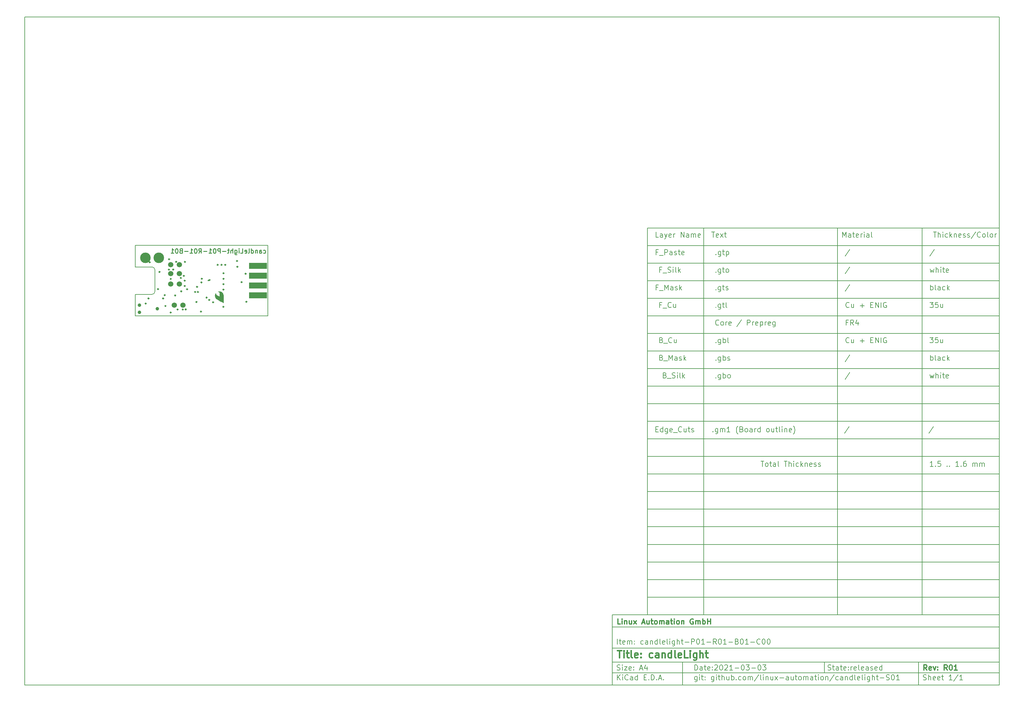
<source format=gbs>
%TF.GenerationSoftware,KiCad,Pcbnew,5.1.9-73d0e3b20d~88~ubuntu18.04.1*%
%TF.CreationDate,2021-03-09T14:04:25+01:00*%
%TF.ProjectId,candleLight,63616e64-6c65-44c6-9967-68742e6b6963,R01*%
%TF.SameCoordinates,Original*%
%TF.FileFunction,Soldermask,Bot*%
%TF.FilePolarity,Negative*%
%FSLAX46Y46*%
G04 Gerber Fmt 4.6, Leading zero omitted, Abs format (unit mm)*
G04 Created by KiCad (PCBNEW 5.1.9-73d0e3b20d~88~ubuntu18.04.1) date 2021-03-09 14:04:25*
%MOMM*%
%LPD*%
G01*
G04 APERTURE LIST*
%ADD10C,0.100000*%
%ADD11C,0.150000*%
%ADD12C,0.300000*%
%ADD13C,0.400000*%
%ADD14C,0.250000*%
%TA.AperFunction,Profile*%
%ADD15C,0.150000*%
%TD*%
%ADD16C,0.010000*%
%ADD17C,0.990600*%
%ADD18C,1.500000*%
%ADD19C,3.000000*%
%ADD20R,5.080000X1.778000*%
G04 APERTURE END LIST*
D10*
D11*
X177002200Y-180007200D02*
X177002200Y-200007200D01*
X287002200Y-200007200D01*
X287002200Y-180007200D01*
X177002200Y-180007200D01*
D10*
D11*
X10000000Y-10000000D02*
X10000000Y-200007200D01*
X287002200Y-200007200D01*
X287002200Y-10000000D01*
X10000000Y-10000000D01*
D10*
D11*
X200434342Y-195785771D02*
X200434342Y-194285771D01*
X200791485Y-194285771D01*
X201005771Y-194357200D01*
X201148628Y-194500057D01*
X201220057Y-194642914D01*
X201291485Y-194928628D01*
X201291485Y-195142914D01*
X201220057Y-195428628D01*
X201148628Y-195571485D01*
X201005771Y-195714342D01*
X200791485Y-195785771D01*
X200434342Y-195785771D01*
X202577200Y-195785771D02*
X202577200Y-195000057D01*
X202505771Y-194857200D01*
X202362914Y-194785771D01*
X202077200Y-194785771D01*
X201934342Y-194857200D01*
X202577200Y-195714342D02*
X202434342Y-195785771D01*
X202077200Y-195785771D01*
X201934342Y-195714342D01*
X201862914Y-195571485D01*
X201862914Y-195428628D01*
X201934342Y-195285771D01*
X202077200Y-195214342D01*
X202434342Y-195214342D01*
X202577200Y-195142914D01*
X203077200Y-194785771D02*
X203648628Y-194785771D01*
X203291485Y-194285771D02*
X203291485Y-195571485D01*
X203362914Y-195714342D01*
X203505771Y-195785771D01*
X203648628Y-195785771D01*
X204720057Y-195714342D02*
X204577200Y-195785771D01*
X204291485Y-195785771D01*
X204148628Y-195714342D01*
X204077200Y-195571485D01*
X204077200Y-195000057D01*
X204148628Y-194857200D01*
X204291485Y-194785771D01*
X204577200Y-194785771D01*
X204720057Y-194857200D01*
X204791485Y-195000057D01*
X204791485Y-195142914D01*
X204077200Y-195285771D01*
X205434342Y-195642914D02*
X205505771Y-195714342D01*
X205434342Y-195785771D01*
X205362914Y-195714342D01*
X205434342Y-195642914D01*
X205434342Y-195785771D01*
X205434342Y-194857200D02*
X205505771Y-194928628D01*
X205434342Y-195000057D01*
X205362914Y-194928628D01*
X205434342Y-194857200D01*
X205434342Y-195000057D01*
X206077200Y-194428628D02*
X206148628Y-194357200D01*
X206291485Y-194285771D01*
X206648628Y-194285771D01*
X206791485Y-194357200D01*
X206862914Y-194428628D01*
X206934342Y-194571485D01*
X206934342Y-194714342D01*
X206862914Y-194928628D01*
X206005771Y-195785771D01*
X206934342Y-195785771D01*
X207862914Y-194285771D02*
X208005771Y-194285771D01*
X208148628Y-194357200D01*
X208220057Y-194428628D01*
X208291485Y-194571485D01*
X208362914Y-194857200D01*
X208362914Y-195214342D01*
X208291485Y-195500057D01*
X208220057Y-195642914D01*
X208148628Y-195714342D01*
X208005771Y-195785771D01*
X207862914Y-195785771D01*
X207720057Y-195714342D01*
X207648628Y-195642914D01*
X207577200Y-195500057D01*
X207505771Y-195214342D01*
X207505771Y-194857200D01*
X207577200Y-194571485D01*
X207648628Y-194428628D01*
X207720057Y-194357200D01*
X207862914Y-194285771D01*
X208934342Y-194428628D02*
X209005771Y-194357200D01*
X209148628Y-194285771D01*
X209505771Y-194285771D01*
X209648628Y-194357200D01*
X209720057Y-194428628D01*
X209791485Y-194571485D01*
X209791485Y-194714342D01*
X209720057Y-194928628D01*
X208862914Y-195785771D01*
X209791485Y-195785771D01*
X211220057Y-195785771D02*
X210362914Y-195785771D01*
X210791485Y-195785771D02*
X210791485Y-194285771D01*
X210648628Y-194500057D01*
X210505771Y-194642914D01*
X210362914Y-194714342D01*
X211862914Y-195214342D02*
X213005771Y-195214342D01*
X214005771Y-194285771D02*
X214148628Y-194285771D01*
X214291485Y-194357200D01*
X214362914Y-194428628D01*
X214434342Y-194571485D01*
X214505771Y-194857200D01*
X214505771Y-195214342D01*
X214434342Y-195500057D01*
X214362914Y-195642914D01*
X214291485Y-195714342D01*
X214148628Y-195785771D01*
X214005771Y-195785771D01*
X213862914Y-195714342D01*
X213791485Y-195642914D01*
X213720057Y-195500057D01*
X213648628Y-195214342D01*
X213648628Y-194857200D01*
X213720057Y-194571485D01*
X213791485Y-194428628D01*
X213862914Y-194357200D01*
X214005771Y-194285771D01*
X215005771Y-194285771D02*
X215934342Y-194285771D01*
X215434342Y-194857200D01*
X215648628Y-194857200D01*
X215791485Y-194928628D01*
X215862914Y-195000057D01*
X215934342Y-195142914D01*
X215934342Y-195500057D01*
X215862914Y-195642914D01*
X215791485Y-195714342D01*
X215648628Y-195785771D01*
X215220057Y-195785771D01*
X215077200Y-195714342D01*
X215005771Y-195642914D01*
X216577200Y-195214342D02*
X217720057Y-195214342D01*
X218720057Y-194285771D02*
X218862914Y-194285771D01*
X219005771Y-194357200D01*
X219077200Y-194428628D01*
X219148628Y-194571485D01*
X219220057Y-194857200D01*
X219220057Y-195214342D01*
X219148628Y-195500057D01*
X219077200Y-195642914D01*
X219005771Y-195714342D01*
X218862914Y-195785771D01*
X218720057Y-195785771D01*
X218577200Y-195714342D01*
X218505771Y-195642914D01*
X218434342Y-195500057D01*
X218362914Y-195214342D01*
X218362914Y-194857200D01*
X218434342Y-194571485D01*
X218505771Y-194428628D01*
X218577200Y-194357200D01*
X218720057Y-194285771D01*
X219720057Y-194285771D02*
X220648628Y-194285771D01*
X220148628Y-194857200D01*
X220362914Y-194857200D01*
X220505771Y-194928628D01*
X220577200Y-195000057D01*
X220648628Y-195142914D01*
X220648628Y-195500057D01*
X220577200Y-195642914D01*
X220505771Y-195714342D01*
X220362914Y-195785771D01*
X219934342Y-195785771D01*
X219791485Y-195714342D01*
X219720057Y-195642914D01*
D10*
D11*
X178434342Y-188385771D02*
X178434342Y-186885771D01*
X178934342Y-187385771D02*
X179505771Y-187385771D01*
X179148628Y-186885771D02*
X179148628Y-188171485D01*
X179220057Y-188314342D01*
X179362914Y-188385771D01*
X179505771Y-188385771D01*
X180577200Y-188314342D02*
X180434342Y-188385771D01*
X180148628Y-188385771D01*
X180005771Y-188314342D01*
X179934342Y-188171485D01*
X179934342Y-187600057D01*
X180005771Y-187457200D01*
X180148628Y-187385771D01*
X180434342Y-187385771D01*
X180577200Y-187457200D01*
X180648628Y-187600057D01*
X180648628Y-187742914D01*
X179934342Y-187885771D01*
X181291485Y-188385771D02*
X181291485Y-187385771D01*
X181291485Y-187528628D02*
X181362914Y-187457200D01*
X181505771Y-187385771D01*
X181720057Y-187385771D01*
X181862914Y-187457200D01*
X181934342Y-187600057D01*
X181934342Y-188385771D01*
X181934342Y-187600057D02*
X182005771Y-187457200D01*
X182148628Y-187385771D01*
X182362914Y-187385771D01*
X182505771Y-187457200D01*
X182577200Y-187600057D01*
X182577200Y-188385771D01*
X183291485Y-188242914D02*
X183362914Y-188314342D01*
X183291485Y-188385771D01*
X183220057Y-188314342D01*
X183291485Y-188242914D01*
X183291485Y-188385771D01*
X183291485Y-187457200D02*
X183362914Y-187528628D01*
X183291485Y-187600057D01*
X183220057Y-187528628D01*
X183291485Y-187457200D01*
X183291485Y-187600057D01*
X185791485Y-188314342D02*
X185648628Y-188385771D01*
X185362914Y-188385771D01*
X185220057Y-188314342D01*
X185148628Y-188242914D01*
X185077200Y-188100057D01*
X185077200Y-187671485D01*
X185148628Y-187528628D01*
X185220057Y-187457200D01*
X185362914Y-187385771D01*
X185648628Y-187385771D01*
X185791485Y-187457200D01*
X187077200Y-188385771D02*
X187077200Y-187600057D01*
X187005771Y-187457200D01*
X186862914Y-187385771D01*
X186577200Y-187385771D01*
X186434342Y-187457200D01*
X187077200Y-188314342D02*
X186934342Y-188385771D01*
X186577200Y-188385771D01*
X186434342Y-188314342D01*
X186362914Y-188171485D01*
X186362914Y-188028628D01*
X186434342Y-187885771D01*
X186577200Y-187814342D01*
X186934342Y-187814342D01*
X187077200Y-187742914D01*
X187791485Y-187385771D02*
X187791485Y-188385771D01*
X187791485Y-187528628D02*
X187862914Y-187457200D01*
X188005771Y-187385771D01*
X188220057Y-187385771D01*
X188362914Y-187457200D01*
X188434342Y-187600057D01*
X188434342Y-188385771D01*
X189791485Y-188385771D02*
X189791485Y-186885771D01*
X189791485Y-188314342D02*
X189648628Y-188385771D01*
X189362914Y-188385771D01*
X189220057Y-188314342D01*
X189148628Y-188242914D01*
X189077200Y-188100057D01*
X189077200Y-187671485D01*
X189148628Y-187528628D01*
X189220057Y-187457200D01*
X189362914Y-187385771D01*
X189648628Y-187385771D01*
X189791485Y-187457200D01*
X190720057Y-188385771D02*
X190577200Y-188314342D01*
X190505771Y-188171485D01*
X190505771Y-186885771D01*
X191862914Y-188314342D02*
X191720057Y-188385771D01*
X191434342Y-188385771D01*
X191291485Y-188314342D01*
X191220057Y-188171485D01*
X191220057Y-187600057D01*
X191291485Y-187457200D01*
X191434342Y-187385771D01*
X191720057Y-187385771D01*
X191862914Y-187457200D01*
X191934342Y-187600057D01*
X191934342Y-187742914D01*
X191220057Y-187885771D01*
X192791485Y-188385771D02*
X192648628Y-188314342D01*
X192577200Y-188171485D01*
X192577200Y-186885771D01*
X193362914Y-188385771D02*
X193362914Y-187385771D01*
X193362914Y-186885771D02*
X193291485Y-186957200D01*
X193362914Y-187028628D01*
X193434342Y-186957200D01*
X193362914Y-186885771D01*
X193362914Y-187028628D01*
X194720057Y-187385771D02*
X194720057Y-188600057D01*
X194648628Y-188742914D01*
X194577200Y-188814342D01*
X194434342Y-188885771D01*
X194220057Y-188885771D01*
X194077200Y-188814342D01*
X194720057Y-188314342D02*
X194577200Y-188385771D01*
X194291485Y-188385771D01*
X194148628Y-188314342D01*
X194077200Y-188242914D01*
X194005771Y-188100057D01*
X194005771Y-187671485D01*
X194077200Y-187528628D01*
X194148628Y-187457200D01*
X194291485Y-187385771D01*
X194577200Y-187385771D01*
X194720057Y-187457200D01*
X195434342Y-188385771D02*
X195434342Y-186885771D01*
X196077200Y-188385771D02*
X196077200Y-187600057D01*
X196005771Y-187457200D01*
X195862914Y-187385771D01*
X195648628Y-187385771D01*
X195505771Y-187457200D01*
X195434342Y-187528628D01*
X196577200Y-187385771D02*
X197148628Y-187385771D01*
X196791485Y-186885771D02*
X196791485Y-188171485D01*
X196862914Y-188314342D01*
X197005771Y-188385771D01*
X197148628Y-188385771D01*
X197648628Y-187814342D02*
X198791485Y-187814342D01*
X199505771Y-188385771D02*
X199505771Y-186885771D01*
X200077200Y-186885771D01*
X200220057Y-186957200D01*
X200291485Y-187028628D01*
X200362914Y-187171485D01*
X200362914Y-187385771D01*
X200291485Y-187528628D01*
X200220057Y-187600057D01*
X200077200Y-187671485D01*
X199505771Y-187671485D01*
X201291485Y-186885771D02*
X201434342Y-186885771D01*
X201577200Y-186957200D01*
X201648628Y-187028628D01*
X201720057Y-187171485D01*
X201791485Y-187457200D01*
X201791485Y-187814342D01*
X201720057Y-188100057D01*
X201648628Y-188242914D01*
X201577200Y-188314342D01*
X201434342Y-188385771D01*
X201291485Y-188385771D01*
X201148628Y-188314342D01*
X201077200Y-188242914D01*
X201005771Y-188100057D01*
X200934342Y-187814342D01*
X200934342Y-187457200D01*
X201005771Y-187171485D01*
X201077200Y-187028628D01*
X201148628Y-186957200D01*
X201291485Y-186885771D01*
X203220057Y-188385771D02*
X202362914Y-188385771D01*
X202791485Y-188385771D02*
X202791485Y-186885771D01*
X202648628Y-187100057D01*
X202505771Y-187242914D01*
X202362914Y-187314342D01*
X203862914Y-187814342D02*
X205005771Y-187814342D01*
X206577200Y-188385771D02*
X206077200Y-187671485D01*
X205720057Y-188385771D02*
X205720057Y-186885771D01*
X206291485Y-186885771D01*
X206434342Y-186957200D01*
X206505771Y-187028628D01*
X206577200Y-187171485D01*
X206577200Y-187385771D01*
X206505771Y-187528628D01*
X206434342Y-187600057D01*
X206291485Y-187671485D01*
X205720057Y-187671485D01*
X207505771Y-186885771D02*
X207648628Y-186885771D01*
X207791485Y-186957200D01*
X207862914Y-187028628D01*
X207934342Y-187171485D01*
X208005771Y-187457200D01*
X208005771Y-187814342D01*
X207934342Y-188100057D01*
X207862914Y-188242914D01*
X207791485Y-188314342D01*
X207648628Y-188385771D01*
X207505771Y-188385771D01*
X207362914Y-188314342D01*
X207291485Y-188242914D01*
X207220057Y-188100057D01*
X207148628Y-187814342D01*
X207148628Y-187457200D01*
X207220057Y-187171485D01*
X207291485Y-187028628D01*
X207362914Y-186957200D01*
X207505771Y-186885771D01*
X209434342Y-188385771D02*
X208577200Y-188385771D01*
X209005771Y-188385771D02*
X209005771Y-186885771D01*
X208862914Y-187100057D01*
X208720057Y-187242914D01*
X208577200Y-187314342D01*
X210077200Y-187814342D02*
X211220057Y-187814342D01*
X212434342Y-187600057D02*
X212648628Y-187671485D01*
X212720057Y-187742914D01*
X212791485Y-187885771D01*
X212791485Y-188100057D01*
X212720057Y-188242914D01*
X212648628Y-188314342D01*
X212505771Y-188385771D01*
X211934342Y-188385771D01*
X211934342Y-186885771D01*
X212434342Y-186885771D01*
X212577200Y-186957200D01*
X212648628Y-187028628D01*
X212720057Y-187171485D01*
X212720057Y-187314342D01*
X212648628Y-187457200D01*
X212577200Y-187528628D01*
X212434342Y-187600057D01*
X211934342Y-187600057D01*
X213720057Y-186885771D02*
X213862914Y-186885771D01*
X214005771Y-186957200D01*
X214077200Y-187028628D01*
X214148628Y-187171485D01*
X214220057Y-187457200D01*
X214220057Y-187814342D01*
X214148628Y-188100057D01*
X214077200Y-188242914D01*
X214005771Y-188314342D01*
X213862914Y-188385771D01*
X213720057Y-188385771D01*
X213577200Y-188314342D01*
X213505771Y-188242914D01*
X213434342Y-188100057D01*
X213362914Y-187814342D01*
X213362914Y-187457200D01*
X213434342Y-187171485D01*
X213505771Y-187028628D01*
X213577200Y-186957200D01*
X213720057Y-186885771D01*
X215648628Y-188385771D02*
X214791485Y-188385771D01*
X215220057Y-188385771D02*
X215220057Y-186885771D01*
X215077200Y-187100057D01*
X214934342Y-187242914D01*
X214791485Y-187314342D01*
X216291485Y-187814342D02*
X217434342Y-187814342D01*
X219005771Y-188242914D02*
X218934342Y-188314342D01*
X218720057Y-188385771D01*
X218577200Y-188385771D01*
X218362914Y-188314342D01*
X218220057Y-188171485D01*
X218148628Y-188028628D01*
X218077200Y-187742914D01*
X218077200Y-187528628D01*
X218148628Y-187242914D01*
X218220057Y-187100057D01*
X218362914Y-186957200D01*
X218577200Y-186885771D01*
X218720057Y-186885771D01*
X218934342Y-186957200D01*
X219005771Y-187028628D01*
X219934342Y-186885771D02*
X220077200Y-186885771D01*
X220220057Y-186957200D01*
X220291485Y-187028628D01*
X220362914Y-187171485D01*
X220434342Y-187457200D01*
X220434342Y-187814342D01*
X220362914Y-188100057D01*
X220291485Y-188242914D01*
X220220057Y-188314342D01*
X220077200Y-188385771D01*
X219934342Y-188385771D01*
X219791485Y-188314342D01*
X219720057Y-188242914D01*
X219648628Y-188100057D01*
X219577200Y-187814342D01*
X219577200Y-187457200D01*
X219648628Y-187171485D01*
X219720057Y-187028628D01*
X219791485Y-186957200D01*
X219934342Y-186885771D01*
X221362914Y-186885771D02*
X221505771Y-186885771D01*
X221648628Y-186957200D01*
X221720057Y-187028628D01*
X221791485Y-187171485D01*
X221862914Y-187457200D01*
X221862914Y-187814342D01*
X221791485Y-188100057D01*
X221720057Y-188242914D01*
X221648628Y-188314342D01*
X221505771Y-188385771D01*
X221362914Y-188385771D01*
X221220057Y-188314342D01*
X221148628Y-188242914D01*
X221077200Y-188100057D01*
X221005771Y-187814342D01*
X221005771Y-187457200D01*
X221077200Y-187171485D01*
X221148628Y-187028628D01*
X221220057Y-186957200D01*
X221362914Y-186885771D01*
D10*
D11*
X177002200Y-196507200D02*
X287002200Y-196507200D01*
D10*
D11*
X178434342Y-198585771D02*
X178434342Y-197085771D01*
X179291485Y-198585771D02*
X178648628Y-197728628D01*
X179291485Y-197085771D02*
X178434342Y-197942914D01*
X179934342Y-198585771D02*
X179934342Y-197585771D01*
X179934342Y-197085771D02*
X179862914Y-197157200D01*
X179934342Y-197228628D01*
X180005771Y-197157200D01*
X179934342Y-197085771D01*
X179934342Y-197228628D01*
X181505771Y-198442914D02*
X181434342Y-198514342D01*
X181220057Y-198585771D01*
X181077200Y-198585771D01*
X180862914Y-198514342D01*
X180720057Y-198371485D01*
X180648628Y-198228628D01*
X180577200Y-197942914D01*
X180577200Y-197728628D01*
X180648628Y-197442914D01*
X180720057Y-197300057D01*
X180862914Y-197157200D01*
X181077200Y-197085771D01*
X181220057Y-197085771D01*
X181434342Y-197157200D01*
X181505771Y-197228628D01*
X182791485Y-198585771D02*
X182791485Y-197800057D01*
X182720057Y-197657200D01*
X182577200Y-197585771D01*
X182291485Y-197585771D01*
X182148628Y-197657200D01*
X182791485Y-198514342D02*
X182648628Y-198585771D01*
X182291485Y-198585771D01*
X182148628Y-198514342D01*
X182077200Y-198371485D01*
X182077200Y-198228628D01*
X182148628Y-198085771D01*
X182291485Y-198014342D01*
X182648628Y-198014342D01*
X182791485Y-197942914D01*
X184148628Y-198585771D02*
X184148628Y-197085771D01*
X184148628Y-198514342D02*
X184005771Y-198585771D01*
X183720057Y-198585771D01*
X183577200Y-198514342D01*
X183505771Y-198442914D01*
X183434342Y-198300057D01*
X183434342Y-197871485D01*
X183505771Y-197728628D01*
X183577200Y-197657200D01*
X183720057Y-197585771D01*
X184005771Y-197585771D01*
X184148628Y-197657200D01*
X186005771Y-197800057D02*
X186505771Y-197800057D01*
X186720057Y-198585771D02*
X186005771Y-198585771D01*
X186005771Y-197085771D01*
X186720057Y-197085771D01*
X187362914Y-198442914D02*
X187434342Y-198514342D01*
X187362914Y-198585771D01*
X187291485Y-198514342D01*
X187362914Y-198442914D01*
X187362914Y-198585771D01*
X188077200Y-198585771D02*
X188077200Y-197085771D01*
X188434342Y-197085771D01*
X188648628Y-197157200D01*
X188791485Y-197300057D01*
X188862914Y-197442914D01*
X188934342Y-197728628D01*
X188934342Y-197942914D01*
X188862914Y-198228628D01*
X188791485Y-198371485D01*
X188648628Y-198514342D01*
X188434342Y-198585771D01*
X188077200Y-198585771D01*
X189577200Y-198442914D02*
X189648628Y-198514342D01*
X189577200Y-198585771D01*
X189505771Y-198514342D01*
X189577200Y-198442914D01*
X189577200Y-198585771D01*
X190220057Y-198157200D02*
X190934342Y-198157200D01*
X190077200Y-198585771D02*
X190577200Y-197085771D01*
X191077200Y-198585771D01*
X191577200Y-198442914D02*
X191648628Y-198514342D01*
X191577200Y-198585771D01*
X191505771Y-198514342D01*
X191577200Y-198442914D01*
X191577200Y-198585771D01*
D10*
D11*
X177002200Y-193507200D02*
X287002200Y-193507200D01*
D10*
D12*
X266411485Y-195785771D02*
X265911485Y-195071485D01*
X265554342Y-195785771D02*
X265554342Y-194285771D01*
X266125771Y-194285771D01*
X266268628Y-194357200D01*
X266340057Y-194428628D01*
X266411485Y-194571485D01*
X266411485Y-194785771D01*
X266340057Y-194928628D01*
X266268628Y-195000057D01*
X266125771Y-195071485D01*
X265554342Y-195071485D01*
X267625771Y-195714342D02*
X267482914Y-195785771D01*
X267197200Y-195785771D01*
X267054342Y-195714342D01*
X266982914Y-195571485D01*
X266982914Y-195000057D01*
X267054342Y-194857200D01*
X267197200Y-194785771D01*
X267482914Y-194785771D01*
X267625771Y-194857200D01*
X267697200Y-195000057D01*
X267697200Y-195142914D01*
X266982914Y-195285771D01*
X268197200Y-194785771D02*
X268554342Y-195785771D01*
X268911485Y-194785771D01*
X269482914Y-195642914D02*
X269554342Y-195714342D01*
X269482914Y-195785771D01*
X269411485Y-195714342D01*
X269482914Y-195642914D01*
X269482914Y-195785771D01*
X269482914Y-194857200D02*
X269554342Y-194928628D01*
X269482914Y-195000057D01*
X269411485Y-194928628D01*
X269482914Y-194857200D01*
X269482914Y-195000057D01*
X272197200Y-195785771D02*
X271697200Y-195071485D01*
X271340057Y-195785771D02*
X271340057Y-194285771D01*
X271911485Y-194285771D01*
X272054342Y-194357200D01*
X272125771Y-194428628D01*
X272197200Y-194571485D01*
X272197200Y-194785771D01*
X272125771Y-194928628D01*
X272054342Y-195000057D01*
X271911485Y-195071485D01*
X271340057Y-195071485D01*
X273125771Y-194285771D02*
X273268628Y-194285771D01*
X273411485Y-194357200D01*
X273482914Y-194428628D01*
X273554342Y-194571485D01*
X273625771Y-194857200D01*
X273625771Y-195214342D01*
X273554342Y-195500057D01*
X273482914Y-195642914D01*
X273411485Y-195714342D01*
X273268628Y-195785771D01*
X273125771Y-195785771D01*
X272982914Y-195714342D01*
X272911485Y-195642914D01*
X272840057Y-195500057D01*
X272768628Y-195214342D01*
X272768628Y-194857200D01*
X272840057Y-194571485D01*
X272911485Y-194428628D01*
X272982914Y-194357200D01*
X273125771Y-194285771D01*
X275054342Y-195785771D02*
X274197200Y-195785771D01*
X274625771Y-195785771D02*
X274625771Y-194285771D01*
X274482914Y-194500057D01*
X274340057Y-194642914D01*
X274197200Y-194714342D01*
D10*
D11*
X178362914Y-195714342D02*
X178577200Y-195785771D01*
X178934342Y-195785771D01*
X179077200Y-195714342D01*
X179148628Y-195642914D01*
X179220057Y-195500057D01*
X179220057Y-195357200D01*
X179148628Y-195214342D01*
X179077200Y-195142914D01*
X178934342Y-195071485D01*
X178648628Y-195000057D01*
X178505771Y-194928628D01*
X178434342Y-194857200D01*
X178362914Y-194714342D01*
X178362914Y-194571485D01*
X178434342Y-194428628D01*
X178505771Y-194357200D01*
X178648628Y-194285771D01*
X179005771Y-194285771D01*
X179220057Y-194357200D01*
X179862914Y-195785771D02*
X179862914Y-194785771D01*
X179862914Y-194285771D02*
X179791485Y-194357200D01*
X179862914Y-194428628D01*
X179934342Y-194357200D01*
X179862914Y-194285771D01*
X179862914Y-194428628D01*
X180434342Y-194785771D02*
X181220057Y-194785771D01*
X180434342Y-195785771D01*
X181220057Y-195785771D01*
X182362914Y-195714342D02*
X182220057Y-195785771D01*
X181934342Y-195785771D01*
X181791485Y-195714342D01*
X181720057Y-195571485D01*
X181720057Y-195000057D01*
X181791485Y-194857200D01*
X181934342Y-194785771D01*
X182220057Y-194785771D01*
X182362914Y-194857200D01*
X182434342Y-195000057D01*
X182434342Y-195142914D01*
X181720057Y-195285771D01*
X183077200Y-195642914D02*
X183148628Y-195714342D01*
X183077200Y-195785771D01*
X183005771Y-195714342D01*
X183077200Y-195642914D01*
X183077200Y-195785771D01*
X183077200Y-194857200D02*
X183148628Y-194928628D01*
X183077200Y-195000057D01*
X183005771Y-194928628D01*
X183077200Y-194857200D01*
X183077200Y-195000057D01*
X184862914Y-195357200D02*
X185577200Y-195357200D01*
X184720057Y-195785771D02*
X185220057Y-194285771D01*
X185720057Y-195785771D01*
X186862914Y-194785771D02*
X186862914Y-195785771D01*
X186505771Y-194214342D02*
X186148628Y-195285771D01*
X187077200Y-195285771D01*
D10*
D11*
X265362914Y-198514342D02*
X265577200Y-198585771D01*
X265934342Y-198585771D01*
X266077200Y-198514342D01*
X266148628Y-198442914D01*
X266220057Y-198300057D01*
X266220057Y-198157200D01*
X266148628Y-198014342D01*
X266077200Y-197942914D01*
X265934342Y-197871485D01*
X265648628Y-197800057D01*
X265505771Y-197728628D01*
X265434342Y-197657200D01*
X265362914Y-197514342D01*
X265362914Y-197371485D01*
X265434342Y-197228628D01*
X265505771Y-197157200D01*
X265648628Y-197085771D01*
X266005771Y-197085771D01*
X266220057Y-197157200D01*
X266862914Y-198585771D02*
X266862914Y-197085771D01*
X267505771Y-198585771D02*
X267505771Y-197800057D01*
X267434342Y-197657200D01*
X267291485Y-197585771D01*
X267077200Y-197585771D01*
X266934342Y-197657200D01*
X266862914Y-197728628D01*
X268791485Y-198514342D02*
X268648628Y-198585771D01*
X268362914Y-198585771D01*
X268220057Y-198514342D01*
X268148628Y-198371485D01*
X268148628Y-197800057D01*
X268220057Y-197657200D01*
X268362914Y-197585771D01*
X268648628Y-197585771D01*
X268791485Y-197657200D01*
X268862914Y-197800057D01*
X268862914Y-197942914D01*
X268148628Y-198085771D01*
X270077200Y-198514342D02*
X269934342Y-198585771D01*
X269648628Y-198585771D01*
X269505771Y-198514342D01*
X269434342Y-198371485D01*
X269434342Y-197800057D01*
X269505771Y-197657200D01*
X269648628Y-197585771D01*
X269934342Y-197585771D01*
X270077200Y-197657200D01*
X270148628Y-197800057D01*
X270148628Y-197942914D01*
X269434342Y-198085771D01*
X270577200Y-197585771D02*
X271148628Y-197585771D01*
X270791485Y-197085771D02*
X270791485Y-198371485D01*
X270862914Y-198514342D01*
X271005771Y-198585771D01*
X271148628Y-198585771D01*
X273577200Y-198585771D02*
X272720057Y-198585771D01*
X273148628Y-198585771D02*
X273148628Y-197085771D01*
X273005771Y-197300057D01*
X272862914Y-197442914D01*
X272720057Y-197514342D01*
X275291485Y-197014342D02*
X274005771Y-198942914D01*
X276577200Y-198585771D02*
X275720057Y-198585771D01*
X276148628Y-198585771D02*
X276148628Y-197085771D01*
X276005771Y-197300057D01*
X275862914Y-197442914D01*
X275720057Y-197514342D01*
D10*
D11*
X177002200Y-189507200D02*
X287002200Y-189507200D01*
D10*
D13*
X178452676Y-190211961D02*
X179595533Y-190211961D01*
X179024104Y-192211961D02*
X179024104Y-190211961D01*
X180262200Y-192211961D02*
X180262200Y-190878628D01*
X180262200Y-190211961D02*
X180166961Y-190307200D01*
X180262200Y-190402438D01*
X180357438Y-190307200D01*
X180262200Y-190211961D01*
X180262200Y-190402438D01*
X180928866Y-190878628D02*
X181690771Y-190878628D01*
X181214580Y-190211961D02*
X181214580Y-191926247D01*
X181309819Y-192116723D01*
X181500295Y-192211961D01*
X181690771Y-192211961D01*
X182643152Y-192211961D02*
X182452676Y-192116723D01*
X182357438Y-191926247D01*
X182357438Y-190211961D01*
X184166961Y-192116723D02*
X183976485Y-192211961D01*
X183595533Y-192211961D01*
X183405057Y-192116723D01*
X183309819Y-191926247D01*
X183309819Y-191164342D01*
X183405057Y-190973866D01*
X183595533Y-190878628D01*
X183976485Y-190878628D01*
X184166961Y-190973866D01*
X184262200Y-191164342D01*
X184262200Y-191354819D01*
X183309819Y-191545295D01*
X185119342Y-192021485D02*
X185214580Y-192116723D01*
X185119342Y-192211961D01*
X185024104Y-192116723D01*
X185119342Y-192021485D01*
X185119342Y-192211961D01*
X185119342Y-190973866D02*
X185214580Y-191069104D01*
X185119342Y-191164342D01*
X185024104Y-191069104D01*
X185119342Y-190973866D01*
X185119342Y-191164342D01*
X188452676Y-192116723D02*
X188262200Y-192211961D01*
X187881247Y-192211961D01*
X187690771Y-192116723D01*
X187595533Y-192021485D01*
X187500295Y-191831009D01*
X187500295Y-191259580D01*
X187595533Y-191069104D01*
X187690771Y-190973866D01*
X187881247Y-190878628D01*
X188262200Y-190878628D01*
X188452676Y-190973866D01*
X190166961Y-192211961D02*
X190166961Y-191164342D01*
X190071723Y-190973866D01*
X189881247Y-190878628D01*
X189500295Y-190878628D01*
X189309819Y-190973866D01*
X190166961Y-192116723D02*
X189976485Y-192211961D01*
X189500295Y-192211961D01*
X189309819Y-192116723D01*
X189214580Y-191926247D01*
X189214580Y-191735771D01*
X189309819Y-191545295D01*
X189500295Y-191450057D01*
X189976485Y-191450057D01*
X190166961Y-191354819D01*
X191119342Y-190878628D02*
X191119342Y-192211961D01*
X191119342Y-191069104D02*
X191214580Y-190973866D01*
X191405057Y-190878628D01*
X191690771Y-190878628D01*
X191881247Y-190973866D01*
X191976485Y-191164342D01*
X191976485Y-192211961D01*
X193786009Y-192211961D02*
X193786009Y-190211961D01*
X193786009Y-192116723D02*
X193595533Y-192211961D01*
X193214580Y-192211961D01*
X193024104Y-192116723D01*
X192928866Y-192021485D01*
X192833628Y-191831009D01*
X192833628Y-191259580D01*
X192928866Y-191069104D01*
X193024104Y-190973866D01*
X193214580Y-190878628D01*
X193595533Y-190878628D01*
X193786009Y-190973866D01*
X195024104Y-192211961D02*
X194833628Y-192116723D01*
X194738390Y-191926247D01*
X194738390Y-190211961D01*
X196547914Y-192116723D02*
X196357438Y-192211961D01*
X195976485Y-192211961D01*
X195786009Y-192116723D01*
X195690771Y-191926247D01*
X195690771Y-191164342D01*
X195786009Y-190973866D01*
X195976485Y-190878628D01*
X196357438Y-190878628D01*
X196547914Y-190973866D01*
X196643152Y-191164342D01*
X196643152Y-191354819D01*
X195690771Y-191545295D01*
X198452676Y-192211961D02*
X197500295Y-192211961D01*
X197500295Y-190211961D01*
X199119342Y-192211961D02*
X199119342Y-190878628D01*
X199119342Y-190211961D02*
X199024104Y-190307200D01*
X199119342Y-190402438D01*
X199214580Y-190307200D01*
X199119342Y-190211961D01*
X199119342Y-190402438D01*
X200928866Y-190878628D02*
X200928866Y-192497676D01*
X200833628Y-192688152D01*
X200738390Y-192783390D01*
X200547914Y-192878628D01*
X200262200Y-192878628D01*
X200071723Y-192783390D01*
X200928866Y-192116723D02*
X200738390Y-192211961D01*
X200357438Y-192211961D01*
X200166961Y-192116723D01*
X200071723Y-192021485D01*
X199976485Y-191831009D01*
X199976485Y-191259580D01*
X200071723Y-191069104D01*
X200166961Y-190973866D01*
X200357438Y-190878628D01*
X200738390Y-190878628D01*
X200928866Y-190973866D01*
X201881247Y-192211961D02*
X201881247Y-190211961D01*
X202738390Y-192211961D02*
X202738390Y-191164342D01*
X202643152Y-190973866D01*
X202452676Y-190878628D01*
X202166961Y-190878628D01*
X201976485Y-190973866D01*
X201881247Y-191069104D01*
X203405057Y-190878628D02*
X204166961Y-190878628D01*
X203690771Y-190211961D02*
X203690771Y-191926247D01*
X203786009Y-192116723D01*
X203976485Y-192211961D01*
X204166961Y-192211961D01*
D10*
D11*
X177002200Y-183507200D02*
X287002200Y-183507200D01*
D10*
D12*
X179268628Y-182685771D02*
X178554342Y-182685771D01*
X178554342Y-181185771D01*
X179768628Y-182685771D02*
X179768628Y-181685771D01*
X179768628Y-181185771D02*
X179697200Y-181257200D01*
X179768628Y-181328628D01*
X179840057Y-181257200D01*
X179768628Y-181185771D01*
X179768628Y-181328628D01*
X180482914Y-181685771D02*
X180482914Y-182685771D01*
X180482914Y-181828628D02*
X180554342Y-181757200D01*
X180697200Y-181685771D01*
X180911485Y-181685771D01*
X181054342Y-181757200D01*
X181125771Y-181900057D01*
X181125771Y-182685771D01*
X182482914Y-181685771D02*
X182482914Y-182685771D01*
X181840057Y-181685771D02*
X181840057Y-182471485D01*
X181911485Y-182614342D01*
X182054342Y-182685771D01*
X182268628Y-182685771D01*
X182411485Y-182614342D01*
X182482914Y-182542914D01*
X183054342Y-182685771D02*
X183840057Y-181685771D01*
X183054342Y-181685771D02*
X183840057Y-182685771D01*
X185482914Y-182257200D02*
X186197200Y-182257200D01*
X185340057Y-182685771D02*
X185840057Y-181185771D01*
X186340057Y-182685771D01*
X187482914Y-181685771D02*
X187482914Y-182685771D01*
X186840057Y-181685771D02*
X186840057Y-182471485D01*
X186911485Y-182614342D01*
X187054342Y-182685771D01*
X187268628Y-182685771D01*
X187411485Y-182614342D01*
X187482914Y-182542914D01*
X187982914Y-181685771D02*
X188554342Y-181685771D01*
X188197200Y-181185771D02*
X188197200Y-182471485D01*
X188268628Y-182614342D01*
X188411485Y-182685771D01*
X188554342Y-182685771D01*
X189268628Y-182685771D02*
X189125771Y-182614342D01*
X189054342Y-182542914D01*
X188982914Y-182400057D01*
X188982914Y-181971485D01*
X189054342Y-181828628D01*
X189125771Y-181757200D01*
X189268628Y-181685771D01*
X189482914Y-181685771D01*
X189625771Y-181757200D01*
X189697200Y-181828628D01*
X189768628Y-181971485D01*
X189768628Y-182400057D01*
X189697200Y-182542914D01*
X189625771Y-182614342D01*
X189482914Y-182685771D01*
X189268628Y-182685771D01*
X190411485Y-182685771D02*
X190411485Y-181685771D01*
X190411485Y-181828628D02*
X190482914Y-181757200D01*
X190625771Y-181685771D01*
X190840057Y-181685771D01*
X190982914Y-181757200D01*
X191054342Y-181900057D01*
X191054342Y-182685771D01*
X191054342Y-181900057D02*
X191125771Y-181757200D01*
X191268628Y-181685771D01*
X191482914Y-181685771D01*
X191625771Y-181757200D01*
X191697200Y-181900057D01*
X191697200Y-182685771D01*
X193054342Y-182685771D02*
X193054342Y-181900057D01*
X192982914Y-181757200D01*
X192840057Y-181685771D01*
X192554342Y-181685771D01*
X192411485Y-181757200D01*
X193054342Y-182614342D02*
X192911485Y-182685771D01*
X192554342Y-182685771D01*
X192411485Y-182614342D01*
X192340057Y-182471485D01*
X192340057Y-182328628D01*
X192411485Y-182185771D01*
X192554342Y-182114342D01*
X192911485Y-182114342D01*
X193054342Y-182042914D01*
X193554342Y-181685771D02*
X194125771Y-181685771D01*
X193768628Y-181185771D02*
X193768628Y-182471485D01*
X193840057Y-182614342D01*
X193982914Y-182685771D01*
X194125771Y-182685771D01*
X194625771Y-182685771D02*
X194625771Y-181685771D01*
X194625771Y-181185771D02*
X194554342Y-181257200D01*
X194625771Y-181328628D01*
X194697200Y-181257200D01*
X194625771Y-181185771D01*
X194625771Y-181328628D01*
X195554342Y-182685771D02*
X195411485Y-182614342D01*
X195340057Y-182542914D01*
X195268628Y-182400057D01*
X195268628Y-181971485D01*
X195340057Y-181828628D01*
X195411485Y-181757200D01*
X195554342Y-181685771D01*
X195768628Y-181685771D01*
X195911485Y-181757200D01*
X195982914Y-181828628D01*
X196054342Y-181971485D01*
X196054342Y-182400057D01*
X195982914Y-182542914D01*
X195911485Y-182614342D01*
X195768628Y-182685771D01*
X195554342Y-182685771D01*
X196697200Y-181685771D02*
X196697200Y-182685771D01*
X196697200Y-181828628D02*
X196768628Y-181757200D01*
X196911485Y-181685771D01*
X197125771Y-181685771D01*
X197268628Y-181757200D01*
X197340057Y-181900057D01*
X197340057Y-182685771D01*
X199982914Y-181257200D02*
X199840057Y-181185771D01*
X199625771Y-181185771D01*
X199411485Y-181257200D01*
X199268628Y-181400057D01*
X199197200Y-181542914D01*
X199125771Y-181828628D01*
X199125771Y-182042914D01*
X199197200Y-182328628D01*
X199268628Y-182471485D01*
X199411485Y-182614342D01*
X199625771Y-182685771D01*
X199768628Y-182685771D01*
X199982914Y-182614342D01*
X200054342Y-182542914D01*
X200054342Y-182042914D01*
X199768628Y-182042914D01*
X200697200Y-182685771D02*
X200697200Y-181685771D01*
X200697200Y-181828628D02*
X200768628Y-181757200D01*
X200911485Y-181685771D01*
X201125771Y-181685771D01*
X201268628Y-181757200D01*
X201340057Y-181900057D01*
X201340057Y-182685771D01*
X201340057Y-181900057D02*
X201411485Y-181757200D01*
X201554342Y-181685771D01*
X201768628Y-181685771D01*
X201911485Y-181757200D01*
X201982914Y-181900057D01*
X201982914Y-182685771D01*
X202697200Y-182685771D02*
X202697200Y-181185771D01*
X202697200Y-181757200D02*
X202840057Y-181685771D01*
X203125771Y-181685771D01*
X203268628Y-181757200D01*
X203340057Y-181828628D01*
X203411485Y-181971485D01*
X203411485Y-182400057D01*
X203340057Y-182542914D01*
X203268628Y-182614342D01*
X203125771Y-182685771D01*
X202840057Y-182685771D01*
X202697200Y-182614342D01*
X204054342Y-182685771D02*
X204054342Y-181185771D01*
X204054342Y-181900057D02*
X204911485Y-181900057D01*
X204911485Y-182685771D02*
X204911485Y-181185771D01*
D10*
D11*
X201077200Y-197585771D02*
X201077200Y-198800057D01*
X201005771Y-198942914D01*
X200934342Y-199014342D01*
X200791485Y-199085771D01*
X200577200Y-199085771D01*
X200434342Y-199014342D01*
X201077200Y-198514342D02*
X200934342Y-198585771D01*
X200648628Y-198585771D01*
X200505771Y-198514342D01*
X200434342Y-198442914D01*
X200362914Y-198300057D01*
X200362914Y-197871485D01*
X200434342Y-197728628D01*
X200505771Y-197657200D01*
X200648628Y-197585771D01*
X200934342Y-197585771D01*
X201077200Y-197657200D01*
X201791485Y-198585771D02*
X201791485Y-197585771D01*
X201791485Y-197085771D02*
X201720057Y-197157200D01*
X201791485Y-197228628D01*
X201862914Y-197157200D01*
X201791485Y-197085771D01*
X201791485Y-197228628D01*
X202291485Y-197585771D02*
X202862914Y-197585771D01*
X202505771Y-197085771D02*
X202505771Y-198371485D01*
X202577200Y-198514342D01*
X202720057Y-198585771D01*
X202862914Y-198585771D01*
X203362914Y-198442914D02*
X203434342Y-198514342D01*
X203362914Y-198585771D01*
X203291485Y-198514342D01*
X203362914Y-198442914D01*
X203362914Y-198585771D01*
X203362914Y-197657200D02*
X203434342Y-197728628D01*
X203362914Y-197800057D01*
X203291485Y-197728628D01*
X203362914Y-197657200D01*
X203362914Y-197800057D01*
X205862914Y-197585771D02*
X205862914Y-198800057D01*
X205791485Y-198942914D01*
X205720057Y-199014342D01*
X205577200Y-199085771D01*
X205362914Y-199085771D01*
X205220057Y-199014342D01*
X205862914Y-198514342D02*
X205720057Y-198585771D01*
X205434342Y-198585771D01*
X205291485Y-198514342D01*
X205220057Y-198442914D01*
X205148628Y-198300057D01*
X205148628Y-197871485D01*
X205220057Y-197728628D01*
X205291485Y-197657200D01*
X205434342Y-197585771D01*
X205720057Y-197585771D01*
X205862914Y-197657200D01*
X206577200Y-198585771D02*
X206577200Y-197585771D01*
X206577200Y-197085771D02*
X206505771Y-197157200D01*
X206577200Y-197228628D01*
X206648628Y-197157200D01*
X206577200Y-197085771D01*
X206577200Y-197228628D01*
X207077200Y-197585771D02*
X207648628Y-197585771D01*
X207291485Y-197085771D02*
X207291485Y-198371485D01*
X207362914Y-198514342D01*
X207505771Y-198585771D01*
X207648628Y-198585771D01*
X208148628Y-198585771D02*
X208148628Y-197085771D01*
X208791485Y-198585771D02*
X208791485Y-197800057D01*
X208720057Y-197657200D01*
X208577200Y-197585771D01*
X208362914Y-197585771D01*
X208220057Y-197657200D01*
X208148628Y-197728628D01*
X210148628Y-197585771D02*
X210148628Y-198585771D01*
X209505771Y-197585771D02*
X209505771Y-198371485D01*
X209577200Y-198514342D01*
X209720057Y-198585771D01*
X209934342Y-198585771D01*
X210077200Y-198514342D01*
X210148628Y-198442914D01*
X210862914Y-198585771D02*
X210862914Y-197085771D01*
X210862914Y-197657200D02*
X211005771Y-197585771D01*
X211291485Y-197585771D01*
X211434342Y-197657200D01*
X211505771Y-197728628D01*
X211577200Y-197871485D01*
X211577200Y-198300057D01*
X211505771Y-198442914D01*
X211434342Y-198514342D01*
X211291485Y-198585771D01*
X211005771Y-198585771D01*
X210862914Y-198514342D01*
X212220057Y-198442914D02*
X212291485Y-198514342D01*
X212220057Y-198585771D01*
X212148628Y-198514342D01*
X212220057Y-198442914D01*
X212220057Y-198585771D01*
X213577200Y-198514342D02*
X213434342Y-198585771D01*
X213148628Y-198585771D01*
X213005771Y-198514342D01*
X212934342Y-198442914D01*
X212862914Y-198300057D01*
X212862914Y-197871485D01*
X212934342Y-197728628D01*
X213005771Y-197657200D01*
X213148628Y-197585771D01*
X213434342Y-197585771D01*
X213577200Y-197657200D01*
X214434342Y-198585771D02*
X214291485Y-198514342D01*
X214220057Y-198442914D01*
X214148628Y-198300057D01*
X214148628Y-197871485D01*
X214220057Y-197728628D01*
X214291485Y-197657200D01*
X214434342Y-197585771D01*
X214648628Y-197585771D01*
X214791485Y-197657200D01*
X214862914Y-197728628D01*
X214934342Y-197871485D01*
X214934342Y-198300057D01*
X214862914Y-198442914D01*
X214791485Y-198514342D01*
X214648628Y-198585771D01*
X214434342Y-198585771D01*
X215577200Y-198585771D02*
X215577200Y-197585771D01*
X215577200Y-197728628D02*
X215648628Y-197657200D01*
X215791485Y-197585771D01*
X216005771Y-197585771D01*
X216148628Y-197657200D01*
X216220057Y-197800057D01*
X216220057Y-198585771D01*
X216220057Y-197800057D02*
X216291485Y-197657200D01*
X216434342Y-197585771D01*
X216648628Y-197585771D01*
X216791485Y-197657200D01*
X216862914Y-197800057D01*
X216862914Y-198585771D01*
X218648628Y-197014342D02*
X217362914Y-198942914D01*
X219362914Y-198585771D02*
X219220057Y-198514342D01*
X219148628Y-198371485D01*
X219148628Y-197085771D01*
X219934342Y-198585771D02*
X219934342Y-197585771D01*
X219934342Y-197085771D02*
X219862914Y-197157200D01*
X219934342Y-197228628D01*
X220005771Y-197157200D01*
X219934342Y-197085771D01*
X219934342Y-197228628D01*
X220648628Y-197585771D02*
X220648628Y-198585771D01*
X220648628Y-197728628D02*
X220720057Y-197657200D01*
X220862914Y-197585771D01*
X221077200Y-197585771D01*
X221220057Y-197657200D01*
X221291485Y-197800057D01*
X221291485Y-198585771D01*
X222648628Y-197585771D02*
X222648628Y-198585771D01*
X222005771Y-197585771D02*
X222005771Y-198371485D01*
X222077200Y-198514342D01*
X222220057Y-198585771D01*
X222434342Y-198585771D01*
X222577200Y-198514342D01*
X222648628Y-198442914D01*
X223220057Y-198585771D02*
X224005771Y-197585771D01*
X223220057Y-197585771D02*
X224005771Y-198585771D01*
X224577200Y-198014342D02*
X225720057Y-198014342D01*
X227077200Y-198585771D02*
X227077200Y-197800057D01*
X227005771Y-197657200D01*
X226862914Y-197585771D01*
X226577200Y-197585771D01*
X226434342Y-197657200D01*
X227077200Y-198514342D02*
X226934342Y-198585771D01*
X226577200Y-198585771D01*
X226434342Y-198514342D01*
X226362914Y-198371485D01*
X226362914Y-198228628D01*
X226434342Y-198085771D01*
X226577200Y-198014342D01*
X226934342Y-198014342D01*
X227077200Y-197942914D01*
X228434342Y-197585771D02*
X228434342Y-198585771D01*
X227791485Y-197585771D02*
X227791485Y-198371485D01*
X227862914Y-198514342D01*
X228005771Y-198585771D01*
X228220057Y-198585771D01*
X228362914Y-198514342D01*
X228434342Y-198442914D01*
X228934342Y-197585771D02*
X229505771Y-197585771D01*
X229148628Y-197085771D02*
X229148628Y-198371485D01*
X229220057Y-198514342D01*
X229362914Y-198585771D01*
X229505771Y-198585771D01*
X230220057Y-198585771D02*
X230077200Y-198514342D01*
X230005771Y-198442914D01*
X229934342Y-198300057D01*
X229934342Y-197871485D01*
X230005771Y-197728628D01*
X230077200Y-197657200D01*
X230220057Y-197585771D01*
X230434342Y-197585771D01*
X230577200Y-197657200D01*
X230648628Y-197728628D01*
X230720057Y-197871485D01*
X230720057Y-198300057D01*
X230648628Y-198442914D01*
X230577200Y-198514342D01*
X230434342Y-198585771D01*
X230220057Y-198585771D01*
X231362914Y-198585771D02*
X231362914Y-197585771D01*
X231362914Y-197728628D02*
X231434342Y-197657200D01*
X231577200Y-197585771D01*
X231791485Y-197585771D01*
X231934342Y-197657200D01*
X232005771Y-197800057D01*
X232005771Y-198585771D01*
X232005771Y-197800057D02*
X232077200Y-197657200D01*
X232220057Y-197585771D01*
X232434342Y-197585771D01*
X232577200Y-197657200D01*
X232648628Y-197800057D01*
X232648628Y-198585771D01*
X234005771Y-198585771D02*
X234005771Y-197800057D01*
X233934342Y-197657200D01*
X233791485Y-197585771D01*
X233505771Y-197585771D01*
X233362914Y-197657200D01*
X234005771Y-198514342D02*
X233862914Y-198585771D01*
X233505771Y-198585771D01*
X233362914Y-198514342D01*
X233291485Y-198371485D01*
X233291485Y-198228628D01*
X233362914Y-198085771D01*
X233505771Y-198014342D01*
X233862914Y-198014342D01*
X234005771Y-197942914D01*
X234505771Y-197585771D02*
X235077200Y-197585771D01*
X234720057Y-197085771D02*
X234720057Y-198371485D01*
X234791485Y-198514342D01*
X234934342Y-198585771D01*
X235077200Y-198585771D01*
X235577200Y-198585771D02*
X235577200Y-197585771D01*
X235577200Y-197085771D02*
X235505771Y-197157200D01*
X235577200Y-197228628D01*
X235648628Y-197157200D01*
X235577200Y-197085771D01*
X235577200Y-197228628D01*
X236505771Y-198585771D02*
X236362914Y-198514342D01*
X236291485Y-198442914D01*
X236220057Y-198300057D01*
X236220057Y-197871485D01*
X236291485Y-197728628D01*
X236362914Y-197657200D01*
X236505771Y-197585771D01*
X236720057Y-197585771D01*
X236862914Y-197657200D01*
X236934342Y-197728628D01*
X237005771Y-197871485D01*
X237005771Y-198300057D01*
X236934342Y-198442914D01*
X236862914Y-198514342D01*
X236720057Y-198585771D01*
X236505771Y-198585771D01*
X237648628Y-197585771D02*
X237648628Y-198585771D01*
X237648628Y-197728628D02*
X237720057Y-197657200D01*
X237862914Y-197585771D01*
X238077200Y-197585771D01*
X238220057Y-197657200D01*
X238291485Y-197800057D01*
X238291485Y-198585771D01*
X240077200Y-197014342D02*
X238791485Y-198942914D01*
X241220057Y-198514342D02*
X241077200Y-198585771D01*
X240791485Y-198585771D01*
X240648628Y-198514342D01*
X240577200Y-198442914D01*
X240505771Y-198300057D01*
X240505771Y-197871485D01*
X240577200Y-197728628D01*
X240648628Y-197657200D01*
X240791485Y-197585771D01*
X241077200Y-197585771D01*
X241220057Y-197657200D01*
X242505771Y-198585771D02*
X242505771Y-197800057D01*
X242434342Y-197657200D01*
X242291485Y-197585771D01*
X242005771Y-197585771D01*
X241862914Y-197657200D01*
X242505771Y-198514342D02*
X242362914Y-198585771D01*
X242005771Y-198585771D01*
X241862914Y-198514342D01*
X241791485Y-198371485D01*
X241791485Y-198228628D01*
X241862914Y-198085771D01*
X242005771Y-198014342D01*
X242362914Y-198014342D01*
X242505771Y-197942914D01*
X243220057Y-197585771D02*
X243220057Y-198585771D01*
X243220057Y-197728628D02*
X243291485Y-197657200D01*
X243434342Y-197585771D01*
X243648628Y-197585771D01*
X243791485Y-197657200D01*
X243862914Y-197800057D01*
X243862914Y-198585771D01*
X245220057Y-198585771D02*
X245220057Y-197085771D01*
X245220057Y-198514342D02*
X245077200Y-198585771D01*
X244791485Y-198585771D01*
X244648628Y-198514342D01*
X244577200Y-198442914D01*
X244505771Y-198300057D01*
X244505771Y-197871485D01*
X244577200Y-197728628D01*
X244648628Y-197657200D01*
X244791485Y-197585771D01*
X245077200Y-197585771D01*
X245220057Y-197657200D01*
X246148628Y-198585771D02*
X246005771Y-198514342D01*
X245934342Y-198371485D01*
X245934342Y-197085771D01*
X247291485Y-198514342D02*
X247148628Y-198585771D01*
X246862914Y-198585771D01*
X246720057Y-198514342D01*
X246648628Y-198371485D01*
X246648628Y-197800057D01*
X246720057Y-197657200D01*
X246862914Y-197585771D01*
X247148628Y-197585771D01*
X247291485Y-197657200D01*
X247362914Y-197800057D01*
X247362914Y-197942914D01*
X246648628Y-198085771D01*
X248220057Y-198585771D02*
X248077200Y-198514342D01*
X248005771Y-198371485D01*
X248005771Y-197085771D01*
X248791485Y-198585771D02*
X248791485Y-197585771D01*
X248791485Y-197085771D02*
X248720057Y-197157200D01*
X248791485Y-197228628D01*
X248862914Y-197157200D01*
X248791485Y-197085771D01*
X248791485Y-197228628D01*
X250148628Y-197585771D02*
X250148628Y-198800057D01*
X250077200Y-198942914D01*
X250005771Y-199014342D01*
X249862914Y-199085771D01*
X249648628Y-199085771D01*
X249505771Y-199014342D01*
X250148628Y-198514342D02*
X250005771Y-198585771D01*
X249720057Y-198585771D01*
X249577200Y-198514342D01*
X249505771Y-198442914D01*
X249434342Y-198300057D01*
X249434342Y-197871485D01*
X249505771Y-197728628D01*
X249577200Y-197657200D01*
X249720057Y-197585771D01*
X250005771Y-197585771D01*
X250148628Y-197657200D01*
X250862914Y-198585771D02*
X250862914Y-197085771D01*
X251505771Y-198585771D02*
X251505771Y-197800057D01*
X251434342Y-197657200D01*
X251291485Y-197585771D01*
X251077200Y-197585771D01*
X250934342Y-197657200D01*
X250862914Y-197728628D01*
X252005771Y-197585771D02*
X252577200Y-197585771D01*
X252220057Y-197085771D02*
X252220057Y-198371485D01*
X252291485Y-198514342D01*
X252434342Y-198585771D01*
X252577200Y-198585771D01*
X253077200Y-198014342D02*
X254220057Y-198014342D01*
X254862914Y-198514342D02*
X255077200Y-198585771D01*
X255434342Y-198585771D01*
X255577200Y-198514342D01*
X255648628Y-198442914D01*
X255720057Y-198300057D01*
X255720057Y-198157200D01*
X255648628Y-198014342D01*
X255577200Y-197942914D01*
X255434342Y-197871485D01*
X255148628Y-197800057D01*
X255005771Y-197728628D01*
X254934342Y-197657200D01*
X254862914Y-197514342D01*
X254862914Y-197371485D01*
X254934342Y-197228628D01*
X255005771Y-197157200D01*
X255148628Y-197085771D01*
X255505771Y-197085771D01*
X255720057Y-197157200D01*
X256648628Y-197085771D02*
X256791485Y-197085771D01*
X256934342Y-197157200D01*
X257005771Y-197228628D01*
X257077200Y-197371485D01*
X257148628Y-197657200D01*
X257148628Y-198014342D01*
X257077200Y-198300057D01*
X257005771Y-198442914D01*
X256934342Y-198514342D01*
X256791485Y-198585771D01*
X256648628Y-198585771D01*
X256505771Y-198514342D01*
X256434342Y-198442914D01*
X256362914Y-198300057D01*
X256291485Y-198014342D01*
X256291485Y-197657200D01*
X256362914Y-197371485D01*
X256434342Y-197228628D01*
X256505771Y-197157200D01*
X256648628Y-197085771D01*
X258577200Y-198585771D02*
X257720057Y-198585771D01*
X258148628Y-198585771D02*
X258148628Y-197085771D01*
X258005771Y-197300057D01*
X257862914Y-197442914D01*
X257720057Y-197514342D01*
D10*
D11*
X197002200Y-193507200D02*
X197002200Y-200007200D01*
D10*
D11*
X238260914Y-195707342D02*
X238475200Y-195778771D01*
X238832342Y-195778771D01*
X238975200Y-195707342D01*
X239046628Y-195635914D01*
X239118057Y-195493057D01*
X239118057Y-195350200D01*
X239046628Y-195207342D01*
X238975200Y-195135914D01*
X238832342Y-195064485D01*
X238546628Y-194993057D01*
X238403771Y-194921628D01*
X238332342Y-194850200D01*
X238260914Y-194707342D01*
X238260914Y-194564485D01*
X238332342Y-194421628D01*
X238403771Y-194350200D01*
X238546628Y-194278771D01*
X238903771Y-194278771D01*
X239118057Y-194350200D01*
X239546628Y-194778771D02*
X240118057Y-194778771D01*
X239760914Y-194278771D02*
X239760914Y-195564485D01*
X239832342Y-195707342D01*
X239975200Y-195778771D01*
X240118057Y-195778771D01*
X241260914Y-195778771D02*
X241260914Y-194993057D01*
X241189485Y-194850200D01*
X241046628Y-194778771D01*
X240760914Y-194778771D01*
X240618057Y-194850200D01*
X241260914Y-195707342D02*
X241118057Y-195778771D01*
X240760914Y-195778771D01*
X240618057Y-195707342D01*
X240546628Y-195564485D01*
X240546628Y-195421628D01*
X240618057Y-195278771D01*
X240760914Y-195207342D01*
X241118057Y-195207342D01*
X241260914Y-195135914D01*
X241760914Y-194778771D02*
X242332342Y-194778771D01*
X241975200Y-194278771D02*
X241975200Y-195564485D01*
X242046628Y-195707342D01*
X242189485Y-195778771D01*
X242332342Y-195778771D01*
X243403771Y-195707342D02*
X243260914Y-195778771D01*
X242975200Y-195778771D01*
X242832342Y-195707342D01*
X242760914Y-195564485D01*
X242760914Y-194993057D01*
X242832342Y-194850200D01*
X242975200Y-194778771D01*
X243260914Y-194778771D01*
X243403771Y-194850200D01*
X243475200Y-194993057D01*
X243475200Y-195135914D01*
X242760914Y-195278771D01*
X244118057Y-195635914D02*
X244189485Y-195707342D01*
X244118057Y-195778771D01*
X244046628Y-195707342D01*
X244118057Y-195635914D01*
X244118057Y-195778771D01*
X244118057Y-194850200D02*
X244189485Y-194921628D01*
X244118057Y-194993057D01*
X244046628Y-194921628D01*
X244118057Y-194850200D01*
X244118057Y-194993057D01*
X244832342Y-195778771D02*
X244832342Y-194778771D01*
X244832342Y-195064485D02*
X244903771Y-194921628D01*
X244975200Y-194850200D01*
X245118057Y-194778771D01*
X245260914Y-194778771D01*
X246332342Y-195707342D02*
X246189485Y-195778771D01*
X245903771Y-195778771D01*
X245760914Y-195707342D01*
X245689485Y-195564485D01*
X245689485Y-194993057D01*
X245760914Y-194850200D01*
X245903771Y-194778771D01*
X246189485Y-194778771D01*
X246332342Y-194850200D01*
X246403771Y-194993057D01*
X246403771Y-195135914D01*
X245689485Y-195278771D01*
X247260914Y-195778771D02*
X247118057Y-195707342D01*
X247046628Y-195564485D01*
X247046628Y-194278771D01*
X248403771Y-195707342D02*
X248260914Y-195778771D01*
X247975200Y-195778771D01*
X247832342Y-195707342D01*
X247760914Y-195564485D01*
X247760914Y-194993057D01*
X247832342Y-194850200D01*
X247975200Y-194778771D01*
X248260914Y-194778771D01*
X248403771Y-194850200D01*
X248475200Y-194993057D01*
X248475200Y-195135914D01*
X247760914Y-195278771D01*
X249760914Y-195778771D02*
X249760914Y-194993057D01*
X249689485Y-194850200D01*
X249546628Y-194778771D01*
X249260914Y-194778771D01*
X249118057Y-194850200D01*
X249760914Y-195707342D02*
X249618057Y-195778771D01*
X249260914Y-195778771D01*
X249118057Y-195707342D01*
X249046628Y-195564485D01*
X249046628Y-195421628D01*
X249118057Y-195278771D01*
X249260914Y-195207342D01*
X249618057Y-195207342D01*
X249760914Y-195135914D01*
X250403771Y-195707342D02*
X250546628Y-195778771D01*
X250832342Y-195778771D01*
X250975200Y-195707342D01*
X251046628Y-195564485D01*
X251046628Y-195493057D01*
X250975200Y-195350200D01*
X250832342Y-195278771D01*
X250618057Y-195278771D01*
X250475200Y-195207342D01*
X250403771Y-195064485D01*
X250403771Y-194993057D01*
X250475200Y-194850200D01*
X250618057Y-194778771D01*
X250832342Y-194778771D01*
X250975200Y-194850200D01*
X252260914Y-195707342D02*
X252118057Y-195778771D01*
X251832342Y-195778771D01*
X251689485Y-195707342D01*
X251618057Y-195564485D01*
X251618057Y-194993057D01*
X251689485Y-194850200D01*
X251832342Y-194778771D01*
X252118057Y-194778771D01*
X252260914Y-194850200D01*
X252332342Y-194993057D01*
X252332342Y-195135914D01*
X251618057Y-195278771D01*
X253618057Y-195778771D02*
X253618057Y-194278771D01*
X253618057Y-195707342D02*
X253475200Y-195778771D01*
X253189485Y-195778771D01*
X253046628Y-195707342D01*
X252975200Y-195635914D01*
X252903771Y-195493057D01*
X252903771Y-195064485D01*
X252975200Y-194921628D01*
X253046628Y-194850200D01*
X253189485Y-194778771D01*
X253475200Y-194778771D01*
X253618057Y-194850200D01*
D10*
D11*
X237300000Y-193500000D02*
X237300000Y-196500000D01*
D10*
D11*
X264002000Y-193507000D02*
X264002000Y-200007000D01*
D10*
D11*
X242432342Y-72678771D02*
X242432342Y-71178771D01*
X242932342Y-72250200D01*
X243432342Y-71178771D01*
X243432342Y-72678771D01*
X244789485Y-72678771D02*
X244789485Y-71893057D01*
X244718057Y-71750200D01*
X244575200Y-71678771D01*
X244289485Y-71678771D01*
X244146628Y-71750200D01*
X244789485Y-72607342D02*
X244646628Y-72678771D01*
X244289485Y-72678771D01*
X244146628Y-72607342D01*
X244075200Y-72464485D01*
X244075200Y-72321628D01*
X244146628Y-72178771D01*
X244289485Y-72107342D01*
X244646628Y-72107342D01*
X244789485Y-72035914D01*
X245289485Y-71678771D02*
X245860914Y-71678771D01*
X245503771Y-71178771D02*
X245503771Y-72464485D01*
X245575200Y-72607342D01*
X245718057Y-72678771D01*
X245860914Y-72678771D01*
X246932342Y-72607342D02*
X246789485Y-72678771D01*
X246503771Y-72678771D01*
X246360914Y-72607342D01*
X246289485Y-72464485D01*
X246289485Y-71893057D01*
X246360914Y-71750200D01*
X246503771Y-71678771D01*
X246789485Y-71678771D01*
X246932342Y-71750200D01*
X247003771Y-71893057D01*
X247003771Y-72035914D01*
X246289485Y-72178771D01*
X247646628Y-72678771D02*
X247646628Y-71678771D01*
X247646628Y-71964485D02*
X247718057Y-71821628D01*
X247789485Y-71750200D01*
X247932342Y-71678771D01*
X248075200Y-71678771D01*
X248575200Y-72678771D02*
X248575200Y-71678771D01*
X248575200Y-71178771D02*
X248503771Y-71250200D01*
X248575200Y-71321628D01*
X248646628Y-71250200D01*
X248575200Y-71178771D01*
X248575200Y-71321628D01*
X249932342Y-72678771D02*
X249932342Y-71893057D01*
X249860914Y-71750200D01*
X249718057Y-71678771D01*
X249432342Y-71678771D01*
X249289485Y-71750200D01*
X249932342Y-72607342D02*
X249789485Y-72678771D01*
X249432342Y-72678771D01*
X249289485Y-72607342D01*
X249218057Y-72464485D01*
X249218057Y-72321628D01*
X249289485Y-72178771D01*
X249432342Y-72107342D01*
X249789485Y-72107342D01*
X249932342Y-72035914D01*
X250860914Y-72678771D02*
X250718057Y-72607342D01*
X250646628Y-72464485D01*
X250646628Y-71178771D01*
D10*
D11*
X268503571Y-76107142D02*
X267217857Y-78035714D01*
D10*
D11*
X244503571Y-76107142D02*
X243217857Y-78035714D01*
D10*
D11*
X206448494Y-77535306D02*
X206519923Y-77606734D01*
X206448494Y-77678163D01*
X206377066Y-77606734D01*
X206448494Y-77535306D01*
X206448494Y-77678163D01*
X207805637Y-76678163D02*
X207805637Y-77892449D01*
X207734209Y-78035306D01*
X207662780Y-78106734D01*
X207519923Y-78178163D01*
X207305637Y-78178163D01*
X207162780Y-78106734D01*
X207805637Y-77606734D02*
X207662780Y-77678163D01*
X207377066Y-77678163D01*
X207234209Y-77606734D01*
X207162780Y-77535306D01*
X207091352Y-77392449D01*
X207091352Y-76963877D01*
X207162780Y-76821020D01*
X207234209Y-76749592D01*
X207377066Y-76678163D01*
X207662780Y-76678163D01*
X207805637Y-76749592D01*
X208305637Y-76678163D02*
X208877066Y-76678163D01*
X208519923Y-76178163D02*
X208519923Y-77463877D01*
X208591352Y-77606734D01*
X208734209Y-77678163D01*
X208877066Y-77678163D01*
X209377066Y-76678163D02*
X209377066Y-78178163D01*
X209377066Y-76749592D02*
X209519923Y-76678163D01*
X209805637Y-76678163D01*
X209948494Y-76749592D01*
X210019923Y-76821020D01*
X210091352Y-76963877D01*
X210091352Y-77392449D01*
X210019923Y-77535306D01*
X209948494Y-77606734D01*
X209805637Y-77678163D01*
X209519923Y-77678163D01*
X209377066Y-77606734D01*
D10*
D11*
X189932342Y-76893057D02*
X189432342Y-76893057D01*
X189432342Y-77678771D02*
X189432342Y-76178771D01*
X190146628Y-76178771D01*
X190360914Y-77821628D02*
X191503771Y-77821628D01*
X191860914Y-77678771D02*
X191860914Y-76178771D01*
X192432342Y-76178771D01*
X192575200Y-76250200D01*
X192646628Y-76321628D01*
X192718057Y-76464485D01*
X192718057Y-76678771D01*
X192646628Y-76821628D01*
X192575200Y-76893057D01*
X192432342Y-76964485D01*
X191860914Y-76964485D01*
X194003771Y-77678771D02*
X194003771Y-76893057D01*
X193932342Y-76750200D01*
X193789485Y-76678771D01*
X193503771Y-76678771D01*
X193360914Y-76750200D01*
X194003771Y-77607342D02*
X193860914Y-77678771D01*
X193503771Y-77678771D01*
X193360914Y-77607342D01*
X193289485Y-77464485D01*
X193289485Y-77321628D01*
X193360914Y-77178771D01*
X193503771Y-77107342D01*
X193860914Y-77107342D01*
X194003771Y-77035914D01*
X194646628Y-77607342D02*
X194789485Y-77678771D01*
X195075200Y-77678771D01*
X195218057Y-77607342D01*
X195289485Y-77464485D01*
X195289485Y-77393057D01*
X195218057Y-77250200D01*
X195075200Y-77178771D01*
X194860914Y-77178771D01*
X194718057Y-77107342D01*
X194646628Y-76964485D01*
X194646628Y-76893057D01*
X194718057Y-76750200D01*
X194860914Y-76678771D01*
X195075200Y-76678771D01*
X195218057Y-76750200D01*
X195718057Y-76678771D02*
X196289485Y-76678771D01*
X195932342Y-76178771D02*
X195932342Y-77464485D01*
X196003771Y-77607342D01*
X196146628Y-77678771D01*
X196289485Y-77678771D01*
X197360914Y-77607342D02*
X197218057Y-77678771D01*
X196932342Y-77678771D01*
X196789485Y-77607342D01*
X196718057Y-77464485D01*
X196718057Y-76893057D01*
X196789485Y-76750200D01*
X196932342Y-76678771D01*
X197218057Y-76678771D01*
X197360914Y-76750200D01*
X197432342Y-76893057D01*
X197432342Y-77035914D01*
X196718057Y-77178771D01*
D10*
D11*
X287002200Y-75007200D02*
X187002200Y-75007200D01*
D10*
D11*
X287002200Y-80007200D02*
X187002200Y-80007200D01*
D10*
D11*
X287002200Y-85007200D02*
X187002200Y-85007200D01*
D10*
D11*
X287002200Y-90007200D02*
X187002200Y-90007200D01*
D10*
D11*
X287002200Y-95007200D02*
X187002200Y-95007200D01*
D10*
D11*
X287002200Y-100007200D02*
X187002200Y-100007200D01*
D10*
D11*
X287002200Y-105007200D02*
X187002200Y-105007200D01*
D10*
D11*
X287002200Y-110007200D02*
X187002200Y-110007200D01*
D10*
D11*
X287002200Y-115007200D02*
X187002200Y-115007200D01*
D10*
D11*
X287002200Y-120007200D02*
X187002200Y-120007200D01*
D10*
D11*
X287002200Y-125007200D02*
X187002200Y-125007200D01*
D10*
D11*
X287002200Y-130007200D02*
X187002200Y-130007200D01*
D10*
D11*
X287002200Y-135007200D02*
X187002200Y-135007200D01*
D10*
D11*
X287002200Y-140007200D02*
X187002200Y-140007200D01*
D10*
D11*
X287002200Y-145007200D02*
X187002200Y-145007200D01*
D10*
D11*
X287002200Y-150007200D02*
X187002200Y-150007200D01*
D10*
D11*
X287002200Y-155007200D02*
X187002200Y-155007200D01*
D10*
D11*
X287002200Y-160007200D02*
X187002200Y-160007200D01*
D10*
D11*
X287002200Y-165007200D02*
X187002200Y-165007200D01*
D10*
D11*
X287002200Y-170007200D02*
X187002200Y-170007200D01*
D10*
D11*
X287002200Y-175007200D02*
X187002200Y-175007200D01*
D10*
D11*
X268217857Y-71178571D02*
X269075000Y-71178571D01*
X268646428Y-72678571D02*
X268646428Y-71178571D01*
X269575000Y-72678571D02*
X269575000Y-71178571D01*
X270217857Y-72678571D02*
X270217857Y-71892857D01*
X270146428Y-71750000D01*
X270003571Y-71678571D01*
X269789285Y-71678571D01*
X269646428Y-71750000D01*
X269575000Y-71821428D01*
X270932142Y-72678571D02*
X270932142Y-71678571D01*
X270932142Y-71178571D02*
X270860714Y-71250000D01*
X270932142Y-71321428D01*
X271003571Y-71250000D01*
X270932142Y-71178571D01*
X270932142Y-71321428D01*
X272289285Y-72607142D02*
X272146428Y-72678571D01*
X271860714Y-72678571D01*
X271717857Y-72607142D01*
X271646428Y-72535714D01*
X271575000Y-72392857D01*
X271575000Y-71964285D01*
X271646428Y-71821428D01*
X271717857Y-71750000D01*
X271860714Y-71678571D01*
X272146428Y-71678571D01*
X272289285Y-71750000D01*
X272932142Y-72678571D02*
X272932142Y-71178571D01*
X273075000Y-72107142D02*
X273503571Y-72678571D01*
X273503571Y-71678571D02*
X272932142Y-72250000D01*
X274146428Y-71678571D02*
X274146428Y-72678571D01*
X274146428Y-71821428D02*
X274217857Y-71750000D01*
X274360714Y-71678571D01*
X274575000Y-71678571D01*
X274717857Y-71750000D01*
X274789285Y-71892857D01*
X274789285Y-72678571D01*
X276075000Y-72607142D02*
X275932142Y-72678571D01*
X275646428Y-72678571D01*
X275503571Y-72607142D01*
X275432142Y-72464285D01*
X275432142Y-71892857D01*
X275503571Y-71750000D01*
X275646428Y-71678571D01*
X275932142Y-71678571D01*
X276075000Y-71750000D01*
X276146428Y-71892857D01*
X276146428Y-72035714D01*
X275432142Y-72178571D01*
X276717857Y-72607142D02*
X276860714Y-72678571D01*
X277146428Y-72678571D01*
X277289285Y-72607142D01*
X277360714Y-72464285D01*
X277360714Y-72392857D01*
X277289285Y-72250000D01*
X277146428Y-72178571D01*
X276932142Y-72178571D01*
X276789285Y-72107142D01*
X276717857Y-71964285D01*
X276717857Y-71892857D01*
X276789285Y-71750000D01*
X276932142Y-71678571D01*
X277146428Y-71678571D01*
X277289285Y-71750000D01*
X277932142Y-72607142D02*
X278075000Y-72678571D01*
X278360714Y-72678571D01*
X278503571Y-72607142D01*
X278575000Y-72464285D01*
X278575000Y-72392857D01*
X278503571Y-72250000D01*
X278360714Y-72178571D01*
X278146428Y-72178571D01*
X278003571Y-72107142D01*
X277932142Y-71964285D01*
X277932142Y-71892857D01*
X278003571Y-71750000D01*
X278146428Y-71678571D01*
X278360714Y-71678571D01*
X278503571Y-71750000D01*
X280289285Y-71107142D02*
X279003571Y-73035714D01*
X281646428Y-72535714D02*
X281575000Y-72607142D01*
X281360714Y-72678571D01*
X281217857Y-72678571D01*
X281003571Y-72607142D01*
X280860714Y-72464285D01*
X280789285Y-72321428D01*
X280717857Y-72035714D01*
X280717857Y-71821428D01*
X280789285Y-71535714D01*
X280860714Y-71392857D01*
X281003571Y-71250000D01*
X281217857Y-71178571D01*
X281360714Y-71178571D01*
X281575000Y-71250000D01*
X281646428Y-71321428D01*
X282503571Y-72678571D02*
X282360714Y-72607142D01*
X282289285Y-72535714D01*
X282217857Y-72392857D01*
X282217857Y-71964285D01*
X282289285Y-71821428D01*
X282360714Y-71750000D01*
X282503571Y-71678571D01*
X282717857Y-71678571D01*
X282860714Y-71750000D01*
X282932142Y-71821428D01*
X283003571Y-71964285D01*
X283003571Y-72392857D01*
X282932142Y-72535714D01*
X282860714Y-72607142D01*
X282717857Y-72678571D01*
X282503571Y-72678571D01*
X283860714Y-72678571D02*
X283717857Y-72607142D01*
X283646428Y-72464285D01*
X283646428Y-71178571D01*
X284646428Y-72678571D02*
X284503571Y-72607142D01*
X284432142Y-72535714D01*
X284360714Y-72392857D01*
X284360714Y-71964285D01*
X284432142Y-71821428D01*
X284503571Y-71750000D01*
X284646428Y-71678571D01*
X284860714Y-71678571D01*
X285003571Y-71750000D01*
X285075000Y-71821428D01*
X285146428Y-71964285D01*
X285146428Y-72392857D01*
X285075000Y-72535714D01*
X285003571Y-72607142D01*
X284860714Y-72678571D01*
X284646428Y-72678571D01*
X285789285Y-72678571D02*
X285789285Y-71678571D01*
X285789285Y-71964285D02*
X285860714Y-71821428D01*
X285932142Y-71750000D01*
X286075000Y-71678571D01*
X286217857Y-71678571D01*
D10*
D11*
X265000000Y-180000000D02*
X265000000Y-70000000D01*
D10*
D11*
X241000000Y-180000000D02*
X241000000Y-70000000D01*
D10*
D11*
X203000200Y-180007200D02*
X203000200Y-70007200D01*
D10*
D11*
X205217857Y-71178571D02*
X206075000Y-71178571D01*
X205646428Y-72678571D02*
X205646428Y-71178571D01*
X207146428Y-72607142D02*
X207003571Y-72678571D01*
X206717857Y-72678571D01*
X206575000Y-72607142D01*
X206503571Y-72464285D01*
X206503571Y-71892857D01*
X206575000Y-71750000D01*
X206717857Y-71678571D01*
X207003571Y-71678571D01*
X207146428Y-71750000D01*
X207217857Y-71892857D01*
X207217857Y-72035714D01*
X206503571Y-72178571D01*
X207717857Y-72678571D02*
X208503571Y-71678571D01*
X207717857Y-71678571D02*
X208503571Y-72678571D01*
X208860714Y-71678571D02*
X209432142Y-71678571D01*
X209075000Y-71178571D02*
X209075000Y-72464285D01*
X209146428Y-72607142D01*
X209289285Y-72678571D01*
X209432142Y-72678571D01*
D10*
D11*
X190146428Y-72678571D02*
X189432142Y-72678571D01*
X189432142Y-71178571D01*
X191289285Y-72678571D02*
X191289285Y-71892857D01*
X191217857Y-71750000D01*
X191075000Y-71678571D01*
X190789285Y-71678571D01*
X190646428Y-71750000D01*
X191289285Y-72607142D02*
X191146428Y-72678571D01*
X190789285Y-72678571D01*
X190646428Y-72607142D01*
X190575000Y-72464285D01*
X190575000Y-72321428D01*
X190646428Y-72178571D01*
X190789285Y-72107142D01*
X191146428Y-72107142D01*
X191289285Y-72035714D01*
X191860714Y-71678571D02*
X192217857Y-72678571D01*
X192575000Y-71678571D02*
X192217857Y-72678571D01*
X192075000Y-73035714D01*
X192003571Y-73107142D01*
X191860714Y-73178571D01*
X193717857Y-72607142D02*
X193575000Y-72678571D01*
X193289285Y-72678571D01*
X193146428Y-72607142D01*
X193075000Y-72464285D01*
X193075000Y-71892857D01*
X193146428Y-71750000D01*
X193289285Y-71678571D01*
X193575000Y-71678571D01*
X193717857Y-71750000D01*
X193789285Y-71892857D01*
X193789285Y-72035714D01*
X193075000Y-72178571D01*
X194432142Y-72678571D02*
X194432142Y-71678571D01*
X194432142Y-71964285D02*
X194503571Y-71821428D01*
X194575000Y-71750000D01*
X194717857Y-71678571D01*
X194860714Y-71678571D01*
X196503571Y-72678571D02*
X196503571Y-71178571D01*
X197360714Y-72678571D01*
X197360714Y-71178571D01*
X198717857Y-72678571D02*
X198717857Y-71892857D01*
X198646428Y-71750000D01*
X198503571Y-71678571D01*
X198217857Y-71678571D01*
X198075000Y-71750000D01*
X198717857Y-72607142D02*
X198575000Y-72678571D01*
X198217857Y-72678571D01*
X198075000Y-72607142D01*
X198003571Y-72464285D01*
X198003571Y-72321428D01*
X198075000Y-72178571D01*
X198217857Y-72107142D01*
X198575000Y-72107142D01*
X198717857Y-72035714D01*
X199432142Y-72678571D02*
X199432142Y-71678571D01*
X199432142Y-71821428D02*
X199503571Y-71750000D01*
X199646428Y-71678571D01*
X199860714Y-71678571D01*
X200003571Y-71750000D01*
X200075000Y-71892857D01*
X200075000Y-72678571D01*
X200075000Y-71892857D02*
X200146428Y-71750000D01*
X200289285Y-71678571D01*
X200503571Y-71678571D01*
X200646428Y-71750000D01*
X200717857Y-71892857D01*
X200717857Y-72678571D01*
X202003571Y-72607142D02*
X201860714Y-72678571D01*
X201575000Y-72678571D01*
X201432142Y-72607142D01*
X201360714Y-72464285D01*
X201360714Y-71892857D01*
X201432142Y-71750000D01*
X201575000Y-71678571D01*
X201860714Y-71678571D01*
X202003571Y-71750000D01*
X202075000Y-71892857D01*
X202075000Y-72035714D01*
X201360714Y-72178571D01*
D10*
D11*
X287002200Y-180007200D02*
X287002200Y-70007200D01*
X187002200Y-70007200D01*
X187002200Y-180007200D01*
X287002200Y-180007200D01*
D10*
D11*
X243932142Y-96892857D02*
X243432142Y-96892857D01*
X243432142Y-97678571D02*
X243432142Y-96178571D01*
X244146428Y-96178571D01*
X245575000Y-97678571D02*
X245075000Y-96964285D01*
X244717857Y-97678571D02*
X244717857Y-96178571D01*
X245289285Y-96178571D01*
X245432142Y-96250000D01*
X245503571Y-96321428D01*
X245575000Y-96464285D01*
X245575000Y-96678571D01*
X245503571Y-96821428D01*
X245432142Y-96892857D01*
X245289285Y-96964285D01*
X244717857Y-96964285D01*
X246860714Y-96678571D02*
X246860714Y-97678571D01*
X246503571Y-96107142D02*
X246146428Y-97178571D01*
X247075000Y-97178571D01*
D10*
D11*
X207273125Y-97535266D02*
X207201697Y-97606694D01*
X206987411Y-97678123D01*
X206844554Y-97678123D01*
X206630268Y-97606694D01*
X206487411Y-97463837D01*
X206415982Y-97320980D01*
X206344554Y-97035266D01*
X206344554Y-96820980D01*
X206415982Y-96535266D01*
X206487411Y-96392409D01*
X206630268Y-96249552D01*
X206844554Y-96178123D01*
X206987411Y-96178123D01*
X207201697Y-96249552D01*
X207273125Y-96320980D01*
X208130268Y-97678123D02*
X207987411Y-97606694D01*
X207915982Y-97535266D01*
X207844554Y-97392409D01*
X207844554Y-96963837D01*
X207915982Y-96820980D01*
X207987411Y-96749552D01*
X208130268Y-96678123D01*
X208344554Y-96678123D01*
X208487411Y-96749552D01*
X208558840Y-96820980D01*
X208630268Y-96963837D01*
X208630268Y-97392409D01*
X208558840Y-97535266D01*
X208487411Y-97606694D01*
X208344554Y-97678123D01*
X208130268Y-97678123D01*
X209273125Y-97678123D02*
X209273125Y-96678123D01*
X209273125Y-96963837D02*
X209344554Y-96820980D01*
X209415982Y-96749552D01*
X209558840Y-96678123D01*
X209701697Y-96678123D01*
X210773125Y-97606694D02*
X210630268Y-97678123D01*
X210344554Y-97678123D01*
X210201697Y-97606694D01*
X210130268Y-97463837D01*
X210130268Y-96892409D01*
X210201697Y-96749552D01*
X210344554Y-96678123D01*
X210630268Y-96678123D01*
X210773125Y-96749552D01*
X210844554Y-96892409D01*
X210844554Y-97035266D01*
X210130268Y-97178123D01*
X213701697Y-96106694D02*
X212415982Y-98035266D01*
X215344554Y-97678123D02*
X215344554Y-96178123D01*
X215915982Y-96178123D01*
X216058840Y-96249552D01*
X216130268Y-96320980D01*
X216201697Y-96463837D01*
X216201697Y-96678123D01*
X216130268Y-96820980D01*
X216058840Y-96892409D01*
X215915982Y-96963837D01*
X215344554Y-96963837D01*
X216844554Y-97678123D02*
X216844554Y-96678123D01*
X216844554Y-96963837D02*
X216915982Y-96820980D01*
X216987411Y-96749552D01*
X217130268Y-96678123D01*
X217273125Y-96678123D01*
X218344554Y-97606694D02*
X218201697Y-97678123D01*
X217915982Y-97678123D01*
X217773125Y-97606694D01*
X217701697Y-97463837D01*
X217701697Y-96892409D01*
X217773125Y-96749552D01*
X217915982Y-96678123D01*
X218201697Y-96678123D01*
X218344554Y-96749552D01*
X218415982Y-96892409D01*
X218415982Y-97035266D01*
X217701697Y-97178123D01*
X219058840Y-96678123D02*
X219058840Y-98178123D01*
X219058840Y-96749552D02*
X219201697Y-96678123D01*
X219487411Y-96678123D01*
X219630268Y-96749552D01*
X219701697Y-96820980D01*
X219773125Y-96963837D01*
X219773125Y-97392409D01*
X219701697Y-97535266D01*
X219630268Y-97606694D01*
X219487411Y-97678123D01*
X219201697Y-97678123D01*
X219058840Y-97606694D01*
X220415982Y-97678123D02*
X220415982Y-96678123D01*
X220415982Y-96963837D02*
X220487411Y-96820980D01*
X220558840Y-96749552D01*
X220701697Y-96678123D01*
X220844554Y-96678123D01*
X221915982Y-97606694D02*
X221773125Y-97678123D01*
X221487411Y-97678123D01*
X221344554Y-97606694D01*
X221273125Y-97463837D01*
X221273125Y-96892409D01*
X221344554Y-96749552D01*
X221487411Y-96678123D01*
X221773125Y-96678123D01*
X221915982Y-96749552D01*
X221987411Y-96892409D01*
X221987411Y-97035266D01*
X221273125Y-97178123D01*
X223273125Y-96678123D02*
X223273125Y-97892409D01*
X223201697Y-98035266D01*
X223130268Y-98106694D01*
X222987411Y-98178123D01*
X222773125Y-98178123D01*
X222630268Y-98106694D01*
X223273125Y-97606694D02*
X223130268Y-97678123D01*
X222844554Y-97678123D01*
X222701697Y-97606694D01*
X222630268Y-97535266D01*
X222558840Y-97392409D01*
X222558840Y-96963837D01*
X222630268Y-96820980D01*
X222701697Y-96749552D01*
X222844554Y-96678123D01*
X223130268Y-96678123D01*
X223273125Y-96749552D01*
D10*
D11*
X267273765Y-91178387D02*
X268202337Y-91178387D01*
X267702337Y-91749816D01*
X267916622Y-91749816D01*
X268059480Y-91821244D01*
X268130908Y-91892673D01*
X268202337Y-92035530D01*
X268202337Y-92392673D01*
X268130908Y-92535530D01*
X268059480Y-92606958D01*
X267916622Y-92678387D01*
X267488051Y-92678387D01*
X267345194Y-92606958D01*
X267273765Y-92535530D01*
X269559480Y-91178387D02*
X268845194Y-91178387D01*
X268773765Y-91892673D01*
X268845194Y-91821244D01*
X268988051Y-91749816D01*
X269345194Y-91749816D01*
X269488051Y-91821244D01*
X269559480Y-91892673D01*
X269630908Y-92035530D01*
X269630908Y-92392673D01*
X269559480Y-92535530D01*
X269488051Y-92606958D01*
X269345194Y-92678387D01*
X268988051Y-92678387D01*
X268845194Y-92606958D01*
X268773765Y-92535530D01*
X270916622Y-91678387D02*
X270916622Y-92678387D01*
X270273765Y-91678387D02*
X270273765Y-92464101D01*
X270345194Y-92606958D01*
X270488051Y-92678387D01*
X270702337Y-92678387D01*
X270845194Y-92606958D01*
X270916622Y-92535530D01*
D10*
D11*
X244289485Y-92535914D02*
X244218057Y-92607342D01*
X244003771Y-92678771D01*
X243860914Y-92678771D01*
X243646628Y-92607342D01*
X243503771Y-92464485D01*
X243432342Y-92321628D01*
X243360914Y-92035914D01*
X243360914Y-91821628D01*
X243432342Y-91535914D01*
X243503771Y-91393057D01*
X243646628Y-91250200D01*
X243860914Y-91178771D01*
X244003771Y-91178771D01*
X244218057Y-91250200D01*
X244289485Y-91321628D01*
X245575200Y-91678771D02*
X245575200Y-92678771D01*
X244932342Y-91678771D02*
X244932342Y-92464485D01*
X245003771Y-92607342D01*
X245146628Y-92678771D01*
X245360914Y-92678771D01*
X245503771Y-92607342D01*
X245575200Y-92535914D01*
X247432342Y-92107342D02*
X248575200Y-92107342D01*
X248003771Y-92678771D02*
X248003771Y-91535914D01*
X250432342Y-91893057D02*
X250932342Y-91893057D01*
X251146628Y-92678771D02*
X250432342Y-92678771D01*
X250432342Y-91178771D01*
X251146628Y-91178771D01*
X251789485Y-92678771D02*
X251789485Y-91178771D01*
X252646628Y-92678771D01*
X252646628Y-91178771D01*
X253360914Y-92678771D02*
X253360914Y-91178771D01*
X254860914Y-91250200D02*
X254718057Y-91178771D01*
X254503771Y-91178771D01*
X254289485Y-91250200D01*
X254146628Y-91393057D01*
X254075200Y-91535914D01*
X254003771Y-91821628D01*
X254003771Y-92035914D01*
X254075200Y-92321628D01*
X254146628Y-92464485D01*
X254289485Y-92607342D01*
X254503771Y-92678771D01*
X254646628Y-92678771D01*
X254860914Y-92607342D01*
X254932342Y-92535914D01*
X254932342Y-92035914D01*
X254646628Y-92035914D01*
D10*
D11*
X206432142Y-107535714D02*
X206503571Y-107607142D01*
X206432142Y-107678571D01*
X206360714Y-107607142D01*
X206432142Y-107535714D01*
X206432142Y-107678571D01*
X207789285Y-106678571D02*
X207789285Y-107892857D01*
X207717857Y-108035714D01*
X207646428Y-108107142D01*
X207503571Y-108178571D01*
X207289285Y-108178571D01*
X207146428Y-108107142D01*
X207789285Y-107607142D02*
X207646428Y-107678571D01*
X207360714Y-107678571D01*
X207217857Y-107607142D01*
X207146428Y-107535714D01*
X207075000Y-107392857D01*
X207075000Y-106964285D01*
X207146428Y-106821428D01*
X207217857Y-106750000D01*
X207360714Y-106678571D01*
X207646428Y-106678571D01*
X207789285Y-106750000D01*
X208503571Y-107678571D02*
X208503571Y-106178571D01*
X208503571Y-106750000D02*
X208646428Y-106678571D01*
X208932142Y-106678571D01*
X209075000Y-106750000D01*
X209146428Y-106821428D01*
X209217857Y-106964285D01*
X209217857Y-107392857D01*
X209146428Y-107535714D01*
X209075000Y-107607142D01*
X208932142Y-107678571D01*
X208646428Y-107678571D01*
X208503571Y-107607142D01*
X209789285Y-107607142D02*
X209932142Y-107678571D01*
X210217857Y-107678571D01*
X210360714Y-107607142D01*
X210432142Y-107464285D01*
X210432142Y-107392857D01*
X210360714Y-107250000D01*
X210217857Y-107178571D01*
X210003571Y-107178571D01*
X209860714Y-107107142D01*
X209789285Y-106964285D01*
X209789285Y-106892857D01*
X209860714Y-106750000D01*
X210003571Y-106678571D01*
X210217857Y-106678571D01*
X210360714Y-106750000D01*
D10*
D11*
X190932142Y-106892857D02*
X191146428Y-106964285D01*
X191217857Y-107035714D01*
X191289285Y-107178571D01*
X191289285Y-107392857D01*
X191217857Y-107535714D01*
X191146428Y-107607142D01*
X191003571Y-107678571D01*
X190432142Y-107678571D01*
X190432142Y-106178571D01*
X190932142Y-106178571D01*
X191075000Y-106250000D01*
X191146428Y-106321428D01*
X191217857Y-106464285D01*
X191217857Y-106607142D01*
X191146428Y-106750000D01*
X191075000Y-106821428D01*
X190932142Y-106892857D01*
X190432142Y-106892857D01*
X191575000Y-107821428D02*
X192717857Y-107821428D01*
X193075000Y-107678571D02*
X193075000Y-106178571D01*
X193575000Y-107250000D01*
X194075000Y-106178571D01*
X194075000Y-107678571D01*
X195432142Y-107678571D02*
X195432142Y-106892857D01*
X195360714Y-106750000D01*
X195217857Y-106678571D01*
X194932142Y-106678571D01*
X194789285Y-106750000D01*
X195432142Y-107607142D02*
X195289285Y-107678571D01*
X194932142Y-107678571D01*
X194789285Y-107607142D01*
X194717857Y-107464285D01*
X194717857Y-107321428D01*
X194789285Y-107178571D01*
X194932142Y-107107142D01*
X195289285Y-107107142D01*
X195432142Y-107035714D01*
X196075000Y-107607142D02*
X196217857Y-107678571D01*
X196503571Y-107678571D01*
X196646428Y-107607142D01*
X196717857Y-107464285D01*
X196717857Y-107392857D01*
X196646428Y-107250000D01*
X196503571Y-107178571D01*
X196289285Y-107178571D01*
X196146428Y-107107142D01*
X196075000Y-106964285D01*
X196075000Y-106892857D01*
X196146428Y-106750000D01*
X196289285Y-106678571D01*
X196503571Y-106678571D01*
X196646428Y-106750000D01*
X197360714Y-107678571D02*
X197360714Y-106178571D01*
X197503571Y-107107142D02*
X197932142Y-107678571D01*
X197932142Y-106678571D02*
X197360714Y-107250000D01*
D10*
D11*
X267257509Y-101178875D02*
X268186081Y-101178875D01*
X267686081Y-101750304D01*
X267900366Y-101750304D01*
X268043224Y-101821732D01*
X268114652Y-101893161D01*
X268186081Y-102036018D01*
X268186081Y-102393161D01*
X268114652Y-102536018D01*
X268043224Y-102607446D01*
X267900366Y-102678875D01*
X267471795Y-102678875D01*
X267328938Y-102607446D01*
X267257509Y-102536018D01*
X269543224Y-101178875D02*
X268828938Y-101178875D01*
X268757509Y-101893161D01*
X268828938Y-101821732D01*
X268971795Y-101750304D01*
X269328938Y-101750304D01*
X269471795Y-101821732D01*
X269543224Y-101893161D01*
X269614652Y-102036018D01*
X269614652Y-102393161D01*
X269543224Y-102536018D01*
X269471795Y-102607446D01*
X269328938Y-102678875D01*
X268971795Y-102678875D01*
X268828938Y-102607446D01*
X268757509Y-102536018D01*
X270900366Y-101678875D02*
X270900366Y-102678875D01*
X270257509Y-101678875D02*
X270257509Y-102464589D01*
X270328938Y-102607446D01*
X270471795Y-102678875D01*
X270686081Y-102678875D01*
X270828938Y-102607446D01*
X270900366Y-102536018D01*
D10*
D11*
X244289485Y-102535914D02*
X244218057Y-102607342D01*
X244003771Y-102678771D01*
X243860914Y-102678771D01*
X243646628Y-102607342D01*
X243503771Y-102464485D01*
X243432342Y-102321628D01*
X243360914Y-102035914D01*
X243360914Y-101821628D01*
X243432342Y-101535914D01*
X243503771Y-101393057D01*
X243646628Y-101250200D01*
X243860914Y-101178771D01*
X244003771Y-101178771D01*
X244218057Y-101250200D01*
X244289485Y-101321628D01*
X245575200Y-101678771D02*
X245575200Y-102678771D01*
X244932342Y-101678771D02*
X244932342Y-102464485D01*
X245003771Y-102607342D01*
X245146628Y-102678771D01*
X245360914Y-102678771D01*
X245503771Y-102607342D01*
X245575200Y-102535914D01*
X247432342Y-102107342D02*
X248575200Y-102107342D01*
X248003771Y-102678771D02*
X248003771Y-101535914D01*
X250432342Y-101893057D02*
X250932342Y-101893057D01*
X251146628Y-102678771D02*
X250432342Y-102678771D01*
X250432342Y-101178771D01*
X251146628Y-101178771D01*
X251789485Y-102678771D02*
X251789485Y-101178771D01*
X252646628Y-102678771D01*
X252646628Y-101178771D01*
X253360914Y-102678771D02*
X253360914Y-101178771D01*
X254860914Y-101250200D02*
X254718057Y-101178771D01*
X254503771Y-101178771D01*
X254289485Y-101250200D01*
X254146628Y-101393057D01*
X254075200Y-101535914D01*
X254003771Y-101821628D01*
X254003771Y-102035914D01*
X254075200Y-102321628D01*
X254146628Y-102464485D01*
X254289485Y-102607342D01*
X254503771Y-102678771D01*
X254646628Y-102678771D01*
X254860914Y-102607342D01*
X254932342Y-102535914D01*
X254932342Y-102035914D01*
X254646628Y-102035914D01*
D10*
D11*
X206432142Y-102535714D02*
X206503571Y-102607142D01*
X206432142Y-102678571D01*
X206360714Y-102607142D01*
X206432142Y-102535714D01*
X206432142Y-102678571D01*
X207789285Y-101678571D02*
X207789285Y-102892857D01*
X207717857Y-103035714D01*
X207646428Y-103107142D01*
X207503571Y-103178571D01*
X207289285Y-103178571D01*
X207146428Y-103107142D01*
X207789285Y-102607142D02*
X207646428Y-102678571D01*
X207360714Y-102678571D01*
X207217857Y-102607142D01*
X207146428Y-102535714D01*
X207075000Y-102392857D01*
X207075000Y-101964285D01*
X207146428Y-101821428D01*
X207217857Y-101750000D01*
X207360714Y-101678571D01*
X207646428Y-101678571D01*
X207789285Y-101750000D01*
X208503571Y-102678571D02*
X208503571Y-101178571D01*
X208503571Y-101750000D02*
X208646428Y-101678571D01*
X208932142Y-101678571D01*
X209075000Y-101750000D01*
X209146428Y-101821428D01*
X209217857Y-101964285D01*
X209217857Y-102392857D01*
X209146428Y-102535714D01*
X209075000Y-102607142D01*
X208932142Y-102678571D01*
X208646428Y-102678571D01*
X208503571Y-102607142D01*
X210075000Y-102678571D02*
X209932142Y-102607142D01*
X209860714Y-102464285D01*
X209860714Y-101178571D01*
D10*
D11*
X190932142Y-101892857D02*
X191146428Y-101964285D01*
X191217857Y-102035714D01*
X191289285Y-102178571D01*
X191289285Y-102392857D01*
X191217857Y-102535714D01*
X191146428Y-102607142D01*
X191003571Y-102678571D01*
X190432142Y-102678571D01*
X190432142Y-101178571D01*
X190932142Y-101178571D01*
X191075000Y-101250000D01*
X191146428Y-101321428D01*
X191217857Y-101464285D01*
X191217857Y-101607142D01*
X191146428Y-101750000D01*
X191075000Y-101821428D01*
X190932142Y-101892857D01*
X190432142Y-101892857D01*
X191575000Y-102821428D02*
X192717857Y-102821428D01*
X193932142Y-102535714D02*
X193860714Y-102607142D01*
X193646428Y-102678571D01*
X193503571Y-102678571D01*
X193289285Y-102607142D01*
X193146428Y-102464285D01*
X193075000Y-102321428D01*
X193003571Y-102035714D01*
X193003571Y-101821428D01*
X193075000Y-101535714D01*
X193146428Y-101392857D01*
X193289285Y-101250000D01*
X193503571Y-101178571D01*
X193646428Y-101178571D01*
X193860714Y-101250000D01*
X193932142Y-101321428D01*
X195217857Y-101678571D02*
X195217857Y-102678571D01*
X194575000Y-101678571D02*
X194575000Y-102464285D01*
X194646428Y-102607142D01*
X194789285Y-102678571D01*
X195003571Y-102678571D01*
X195146428Y-102607142D01*
X195217857Y-102535714D01*
D10*
D11*
X206415982Y-92535530D02*
X206487411Y-92606958D01*
X206415982Y-92678387D01*
X206344554Y-92606958D01*
X206415982Y-92535530D01*
X206415982Y-92678387D01*
X207773125Y-91678387D02*
X207773125Y-92892673D01*
X207701697Y-93035530D01*
X207630268Y-93106958D01*
X207487411Y-93178387D01*
X207273125Y-93178387D01*
X207130268Y-93106958D01*
X207773125Y-92606958D02*
X207630268Y-92678387D01*
X207344554Y-92678387D01*
X207201697Y-92606958D01*
X207130268Y-92535530D01*
X207058840Y-92392673D01*
X207058840Y-91964101D01*
X207130268Y-91821244D01*
X207201697Y-91749816D01*
X207344554Y-91678387D01*
X207630268Y-91678387D01*
X207773125Y-91749816D01*
X208273125Y-91678387D02*
X208844554Y-91678387D01*
X208487411Y-91178387D02*
X208487411Y-92464101D01*
X208558840Y-92606958D01*
X208701697Y-92678387D01*
X208844554Y-92678387D01*
X209558840Y-92678387D02*
X209415982Y-92606958D01*
X209344554Y-92464101D01*
X209344554Y-91178387D01*
D10*
D11*
X190932142Y-91892857D02*
X190432142Y-91892857D01*
X190432142Y-92678571D02*
X190432142Y-91178571D01*
X191146428Y-91178571D01*
X191360714Y-92821428D02*
X192503571Y-92821428D01*
X193717857Y-92535714D02*
X193646428Y-92607142D01*
X193432142Y-92678571D01*
X193289285Y-92678571D01*
X193075000Y-92607142D01*
X192932142Y-92464285D01*
X192860714Y-92321428D01*
X192789285Y-92035714D01*
X192789285Y-91821428D01*
X192860714Y-91535714D01*
X192932142Y-91392857D01*
X193075000Y-91250000D01*
X193289285Y-91178571D01*
X193432142Y-91178571D01*
X193646428Y-91250000D01*
X193717857Y-91321428D01*
X195003571Y-91678571D02*
X195003571Y-92678571D01*
X194360714Y-91678571D02*
X194360714Y-92464285D01*
X194432142Y-92607142D01*
X194575000Y-92678571D01*
X194789285Y-92678571D01*
X194932142Y-92607142D01*
X195003571Y-92535714D01*
D10*
D11*
X267416622Y-87678651D02*
X267416622Y-86178651D01*
X267416622Y-86750080D02*
X267559480Y-86678651D01*
X267845194Y-86678651D01*
X267988051Y-86750080D01*
X268059480Y-86821508D01*
X268130908Y-86964365D01*
X268130908Y-87392937D01*
X268059480Y-87535794D01*
X267988051Y-87607222D01*
X267845194Y-87678651D01*
X267559480Y-87678651D01*
X267416622Y-87607222D01*
X268988051Y-87678651D02*
X268845194Y-87607222D01*
X268773765Y-87464365D01*
X268773765Y-86178651D01*
X270202337Y-87678651D02*
X270202337Y-86892937D01*
X270130908Y-86750080D01*
X269988051Y-86678651D01*
X269702337Y-86678651D01*
X269559480Y-86750080D01*
X270202337Y-87607222D02*
X270059480Y-87678651D01*
X269702337Y-87678651D01*
X269559480Y-87607222D01*
X269488051Y-87464365D01*
X269488051Y-87321508D01*
X269559480Y-87178651D01*
X269702337Y-87107222D01*
X270059480Y-87107222D01*
X270202337Y-87035794D01*
X271559480Y-87607222D02*
X271416622Y-87678651D01*
X271130908Y-87678651D01*
X270988051Y-87607222D01*
X270916622Y-87535794D01*
X270845194Y-87392937D01*
X270845194Y-86964365D01*
X270916622Y-86821508D01*
X270988051Y-86750080D01*
X271130908Y-86678651D01*
X271416622Y-86678651D01*
X271559480Y-86750080D01*
X272202337Y-87678651D02*
X272202337Y-86178651D01*
X272345194Y-87107222D02*
X272773765Y-87678651D01*
X272773765Y-86678651D02*
X272202337Y-87250080D01*
D10*
D11*
X244503571Y-86107142D02*
X243217857Y-88035714D01*
D10*
D11*
X206432142Y-87535714D02*
X206503571Y-87607142D01*
X206432142Y-87678571D01*
X206360714Y-87607142D01*
X206432142Y-87535714D01*
X206432142Y-87678571D01*
X207789285Y-86678571D02*
X207789285Y-87892857D01*
X207717857Y-88035714D01*
X207646428Y-88107142D01*
X207503571Y-88178571D01*
X207289285Y-88178571D01*
X207146428Y-88107142D01*
X207789285Y-87607142D02*
X207646428Y-87678571D01*
X207360714Y-87678571D01*
X207217857Y-87607142D01*
X207146428Y-87535714D01*
X207075000Y-87392857D01*
X207075000Y-86964285D01*
X207146428Y-86821428D01*
X207217857Y-86750000D01*
X207360714Y-86678571D01*
X207646428Y-86678571D01*
X207789285Y-86750000D01*
X208289285Y-86678571D02*
X208860714Y-86678571D01*
X208503571Y-86178571D02*
X208503571Y-87464285D01*
X208575000Y-87607142D01*
X208717857Y-87678571D01*
X208860714Y-87678571D01*
X209289285Y-87607142D02*
X209432142Y-87678571D01*
X209717857Y-87678571D01*
X209860714Y-87607142D01*
X209932142Y-87464285D01*
X209932142Y-87392857D01*
X209860714Y-87250000D01*
X209717857Y-87178571D01*
X209503571Y-87178571D01*
X209360714Y-87107142D01*
X209289285Y-86964285D01*
X209289285Y-86892857D01*
X209360714Y-86750000D01*
X209503571Y-86678571D01*
X209717857Y-86678571D01*
X209860714Y-86750000D01*
D10*
D11*
X189932142Y-86892857D02*
X189432142Y-86892857D01*
X189432142Y-87678571D02*
X189432142Y-86178571D01*
X190146428Y-86178571D01*
X190360714Y-87821428D02*
X191503571Y-87821428D01*
X191860714Y-87678571D02*
X191860714Y-86178571D01*
X192360714Y-87250000D01*
X192860714Y-86178571D01*
X192860714Y-87678571D01*
X194217857Y-87678571D02*
X194217857Y-86892857D01*
X194146428Y-86750000D01*
X194003571Y-86678571D01*
X193717857Y-86678571D01*
X193575000Y-86750000D01*
X194217857Y-87607142D02*
X194075000Y-87678571D01*
X193717857Y-87678571D01*
X193575000Y-87607142D01*
X193503571Y-87464285D01*
X193503571Y-87321428D01*
X193575000Y-87178571D01*
X193717857Y-87107142D01*
X194075000Y-87107142D01*
X194217857Y-87035714D01*
X194860714Y-87607142D02*
X195003571Y-87678571D01*
X195289285Y-87678571D01*
X195432142Y-87607142D01*
X195503571Y-87464285D01*
X195503571Y-87392857D01*
X195432142Y-87250000D01*
X195289285Y-87178571D01*
X195075000Y-87178571D01*
X194932142Y-87107142D01*
X194860714Y-86964285D01*
X194860714Y-86892857D01*
X194932142Y-86750000D01*
X195075000Y-86678571D01*
X195289285Y-86678571D01*
X195432142Y-86750000D01*
X196146428Y-87678571D02*
X196146428Y-86178571D01*
X196289285Y-87107142D02*
X196717857Y-87678571D01*
X196717857Y-86678571D02*
X196146428Y-87250000D01*
D10*
D11*
X267289285Y-81678571D02*
X267575000Y-82678571D01*
X267860714Y-81964285D01*
X268146428Y-82678571D01*
X268432142Y-81678571D01*
X269003571Y-82678571D02*
X269003571Y-81178571D01*
X269646428Y-82678571D02*
X269646428Y-81892857D01*
X269575000Y-81750000D01*
X269432142Y-81678571D01*
X269217857Y-81678571D01*
X269075000Y-81750000D01*
X269003571Y-81821428D01*
X270360714Y-82678571D02*
X270360714Y-81678571D01*
X270360714Y-81178571D02*
X270289285Y-81250000D01*
X270360714Y-81321428D01*
X270432142Y-81250000D01*
X270360714Y-81178571D01*
X270360714Y-81321428D01*
X270860714Y-81678571D02*
X271432142Y-81678571D01*
X271075000Y-81178571D02*
X271075000Y-82464285D01*
X271146428Y-82607142D01*
X271289285Y-82678571D01*
X271432142Y-82678571D01*
X272503571Y-82607142D02*
X272360714Y-82678571D01*
X272075000Y-82678571D01*
X271932142Y-82607142D01*
X271860714Y-82464285D01*
X271860714Y-81892857D01*
X271932142Y-81750000D01*
X272075000Y-81678571D01*
X272360714Y-81678571D01*
X272503571Y-81750000D01*
X272575000Y-81892857D01*
X272575000Y-82035714D01*
X271860714Y-82178571D01*
D10*
D11*
X244503571Y-81107142D02*
X243217857Y-83035714D01*
D10*
D11*
X206432342Y-82535914D02*
X206503771Y-82607342D01*
X206432342Y-82678771D01*
X206360914Y-82607342D01*
X206432342Y-82535914D01*
X206432342Y-82678771D01*
X207789485Y-81678771D02*
X207789485Y-82893057D01*
X207718057Y-83035914D01*
X207646628Y-83107342D01*
X207503771Y-83178771D01*
X207289485Y-83178771D01*
X207146628Y-83107342D01*
X207789485Y-82607342D02*
X207646628Y-82678771D01*
X207360914Y-82678771D01*
X207218057Y-82607342D01*
X207146628Y-82535914D01*
X207075200Y-82393057D01*
X207075200Y-81964485D01*
X207146628Y-81821628D01*
X207218057Y-81750200D01*
X207360914Y-81678771D01*
X207646628Y-81678771D01*
X207789485Y-81750200D01*
X208289485Y-81678771D02*
X208860914Y-81678771D01*
X208503771Y-81178771D02*
X208503771Y-82464485D01*
X208575200Y-82607342D01*
X208718057Y-82678771D01*
X208860914Y-82678771D01*
X209575200Y-82678771D02*
X209432342Y-82607342D01*
X209360914Y-82535914D01*
X209289485Y-82393057D01*
X209289485Y-81964485D01*
X209360914Y-81821628D01*
X209432342Y-81750200D01*
X209575200Y-81678771D01*
X209789485Y-81678771D01*
X209932342Y-81750200D01*
X210003771Y-81821628D01*
X210075200Y-81964485D01*
X210075200Y-82393057D01*
X210003771Y-82535914D01*
X209932342Y-82607342D01*
X209789485Y-82678771D01*
X209575200Y-82678771D01*
D10*
D11*
X190932142Y-81892857D02*
X190432142Y-81892857D01*
X190432142Y-82678571D02*
X190432142Y-81178571D01*
X191146428Y-81178571D01*
X191360714Y-82821428D02*
X192503571Y-82821428D01*
X192789285Y-82607142D02*
X193003571Y-82678571D01*
X193360714Y-82678571D01*
X193503571Y-82607142D01*
X193575000Y-82535714D01*
X193646428Y-82392857D01*
X193646428Y-82250000D01*
X193575000Y-82107142D01*
X193503571Y-82035714D01*
X193360714Y-81964285D01*
X193075000Y-81892857D01*
X192932142Y-81821428D01*
X192860714Y-81750000D01*
X192789285Y-81607142D01*
X192789285Y-81464285D01*
X192860714Y-81321428D01*
X192932142Y-81250000D01*
X193075000Y-81178571D01*
X193432142Y-81178571D01*
X193646428Y-81250000D01*
X194289285Y-82678571D02*
X194289285Y-81678571D01*
X194289285Y-81178571D02*
X194217857Y-81250000D01*
X194289285Y-81321428D01*
X194360714Y-81250000D01*
X194289285Y-81178571D01*
X194289285Y-81321428D01*
X195217857Y-82678571D02*
X195075000Y-82607142D01*
X195003571Y-82464285D01*
X195003571Y-81178571D01*
X195789285Y-82678571D02*
X195789285Y-81178571D01*
X195932142Y-82107142D02*
X196360714Y-82678571D01*
X196360714Y-81678571D02*
X195789285Y-82250000D01*
D10*
D11*
X267257509Y-111678347D02*
X267543224Y-112678347D01*
X267828938Y-111964061D01*
X268114652Y-112678347D01*
X268400366Y-111678347D01*
X268971795Y-112678347D02*
X268971795Y-111178347D01*
X269614652Y-112678347D02*
X269614652Y-111892633D01*
X269543224Y-111749776D01*
X269400366Y-111678347D01*
X269186081Y-111678347D01*
X269043224Y-111749776D01*
X268971795Y-111821204D01*
X270328938Y-112678347D02*
X270328938Y-111678347D01*
X270328938Y-111178347D02*
X270257509Y-111249776D01*
X270328938Y-111321204D01*
X270400366Y-111249776D01*
X270328938Y-111178347D01*
X270328938Y-111321204D01*
X270828938Y-111678347D02*
X271400366Y-111678347D01*
X271043224Y-111178347D02*
X271043224Y-112464061D01*
X271114652Y-112606918D01*
X271257509Y-112678347D01*
X271400366Y-112678347D01*
X272471795Y-112606918D02*
X272328938Y-112678347D01*
X272043224Y-112678347D01*
X271900366Y-112606918D01*
X271828938Y-112464061D01*
X271828938Y-111892633D01*
X271900366Y-111749776D01*
X272043224Y-111678347D01*
X272328938Y-111678347D01*
X272471795Y-111749776D01*
X272543224Y-111892633D01*
X272543224Y-112035490D01*
X271828938Y-112178347D01*
D10*
D11*
X244487083Y-111106918D02*
X243201369Y-113035490D01*
D10*
D11*
X206415982Y-112535490D02*
X206487411Y-112606918D01*
X206415982Y-112678347D01*
X206344554Y-112606918D01*
X206415982Y-112535490D01*
X206415982Y-112678347D01*
X207773125Y-111678347D02*
X207773125Y-112892633D01*
X207701697Y-113035490D01*
X207630268Y-113106918D01*
X207487411Y-113178347D01*
X207273125Y-113178347D01*
X207130268Y-113106918D01*
X207773125Y-112606918D02*
X207630268Y-112678347D01*
X207344554Y-112678347D01*
X207201697Y-112606918D01*
X207130268Y-112535490D01*
X207058840Y-112392633D01*
X207058840Y-111964061D01*
X207130268Y-111821204D01*
X207201697Y-111749776D01*
X207344554Y-111678347D01*
X207630268Y-111678347D01*
X207773125Y-111749776D01*
X208487411Y-112678347D02*
X208487411Y-111178347D01*
X208487411Y-111749776D02*
X208630268Y-111678347D01*
X208915982Y-111678347D01*
X209058840Y-111749776D01*
X209130268Y-111821204D01*
X209201697Y-111964061D01*
X209201697Y-112392633D01*
X209130268Y-112535490D01*
X209058840Y-112606918D01*
X208915982Y-112678347D01*
X208630268Y-112678347D01*
X208487411Y-112606918D01*
X210058840Y-112678347D02*
X209915982Y-112606918D01*
X209844554Y-112535490D01*
X209773125Y-112392633D01*
X209773125Y-111964061D01*
X209844554Y-111821204D01*
X209915982Y-111749776D01*
X210058840Y-111678347D01*
X210273125Y-111678347D01*
X210415982Y-111749776D01*
X210487411Y-111821204D01*
X210558840Y-111964061D01*
X210558840Y-112392633D01*
X210487411Y-112535490D01*
X210415982Y-112606918D01*
X210273125Y-112678347D01*
X210058840Y-112678347D01*
D10*
D11*
X191932342Y-111893057D02*
X192146628Y-111964485D01*
X192218057Y-112035914D01*
X192289485Y-112178771D01*
X192289485Y-112393057D01*
X192218057Y-112535914D01*
X192146628Y-112607342D01*
X192003771Y-112678771D01*
X191432342Y-112678771D01*
X191432342Y-111178771D01*
X191932342Y-111178771D01*
X192075200Y-111250200D01*
X192146628Y-111321628D01*
X192218057Y-111464485D01*
X192218057Y-111607342D01*
X192146628Y-111750200D01*
X192075200Y-111821628D01*
X191932342Y-111893057D01*
X191432342Y-111893057D01*
X192575200Y-112821628D02*
X193718057Y-112821628D01*
X194003771Y-112607342D02*
X194218057Y-112678771D01*
X194575200Y-112678771D01*
X194718057Y-112607342D01*
X194789485Y-112535914D01*
X194860914Y-112393057D01*
X194860914Y-112250200D01*
X194789485Y-112107342D01*
X194718057Y-112035914D01*
X194575200Y-111964485D01*
X194289485Y-111893057D01*
X194146628Y-111821628D01*
X194075200Y-111750200D01*
X194003771Y-111607342D01*
X194003771Y-111464485D01*
X194075200Y-111321628D01*
X194146628Y-111250200D01*
X194289485Y-111178771D01*
X194646628Y-111178771D01*
X194860914Y-111250200D01*
X195503771Y-112678771D02*
X195503771Y-111678771D01*
X195503771Y-111178771D02*
X195432342Y-111250200D01*
X195503771Y-111321628D01*
X195575200Y-111250200D01*
X195503771Y-111178771D01*
X195503771Y-111321628D01*
X196432342Y-112678771D02*
X196289485Y-112607342D01*
X196218057Y-112464485D01*
X196218057Y-111178771D01*
X197003771Y-112678771D02*
X197003771Y-111178771D01*
X197146628Y-112107342D02*
X197575200Y-112678771D01*
X197575200Y-111678771D02*
X197003771Y-112250200D01*
D10*
D11*
X267416622Y-107678611D02*
X267416622Y-106178611D01*
X267416622Y-106750040D02*
X267559480Y-106678611D01*
X267845194Y-106678611D01*
X267988051Y-106750040D01*
X268059480Y-106821468D01*
X268130908Y-106964325D01*
X268130908Y-107392897D01*
X268059480Y-107535754D01*
X267988051Y-107607182D01*
X267845194Y-107678611D01*
X267559480Y-107678611D01*
X267416622Y-107607182D01*
X268988051Y-107678611D02*
X268845194Y-107607182D01*
X268773765Y-107464325D01*
X268773765Y-106178611D01*
X270202337Y-107678611D02*
X270202337Y-106892897D01*
X270130908Y-106750040D01*
X269988051Y-106678611D01*
X269702337Y-106678611D01*
X269559480Y-106750040D01*
X270202337Y-107607182D02*
X270059480Y-107678611D01*
X269702337Y-107678611D01*
X269559480Y-107607182D01*
X269488051Y-107464325D01*
X269488051Y-107321468D01*
X269559480Y-107178611D01*
X269702337Y-107107182D01*
X270059480Y-107107182D01*
X270202337Y-107035754D01*
X271559480Y-107607182D02*
X271416622Y-107678611D01*
X271130908Y-107678611D01*
X270988051Y-107607182D01*
X270916622Y-107535754D01*
X270845194Y-107392897D01*
X270845194Y-106964325D01*
X270916622Y-106821468D01*
X270988051Y-106750040D01*
X271130908Y-106678611D01*
X271416622Y-106678611D01*
X271559480Y-106750040D01*
X272202337Y-107678611D02*
X272202337Y-106178611D01*
X272345194Y-107107182D02*
X272773765Y-107678611D01*
X272773765Y-106678611D02*
X272202337Y-107250040D01*
D10*
D11*
X244503571Y-106107142D02*
X243217857Y-108035714D01*
D10*
D11*
X268202337Y-137838571D02*
X267345194Y-137838571D01*
X267773765Y-137838571D02*
X267773765Y-136338571D01*
X267630908Y-136552857D01*
X267488051Y-136695714D01*
X267345194Y-136767142D01*
X268845194Y-137695714D02*
X268916622Y-137767142D01*
X268845194Y-137838571D01*
X268773765Y-137767142D01*
X268845194Y-137695714D01*
X268845194Y-137838571D01*
X270273765Y-136338571D02*
X269559480Y-136338571D01*
X269488051Y-137052857D01*
X269559480Y-136981428D01*
X269702337Y-136910000D01*
X270059480Y-136910000D01*
X270202337Y-136981428D01*
X270273765Y-137052857D01*
X270345194Y-137195714D01*
X270345194Y-137552857D01*
X270273765Y-137695714D01*
X270202337Y-137767142D01*
X270059480Y-137838571D01*
X269702337Y-137838571D01*
X269559480Y-137767142D01*
X269488051Y-137695714D01*
X272130908Y-137695714D02*
X272202337Y-137767142D01*
X272130908Y-137838571D01*
X272059480Y-137767142D01*
X272130908Y-137695714D01*
X272130908Y-137838571D01*
X272845194Y-137695714D02*
X272916622Y-137767142D01*
X272845194Y-137838571D01*
X272773765Y-137767142D01*
X272845194Y-137695714D01*
X272845194Y-137838571D01*
X275488051Y-137838571D02*
X274630908Y-137838571D01*
X275059480Y-137838571D02*
X275059480Y-136338571D01*
X274916622Y-136552857D01*
X274773765Y-136695714D01*
X274630908Y-136767142D01*
X276130908Y-137695714D02*
X276202337Y-137767142D01*
X276130908Y-137838571D01*
X276059480Y-137767142D01*
X276130908Y-137695714D01*
X276130908Y-137838571D01*
X277488051Y-136338571D02*
X277202337Y-136338571D01*
X277059480Y-136410000D01*
X276988051Y-136481428D01*
X276845194Y-136695714D01*
X276773765Y-136981428D01*
X276773765Y-137552857D01*
X276845194Y-137695714D01*
X276916622Y-137767142D01*
X277059480Y-137838571D01*
X277345194Y-137838571D01*
X277488051Y-137767142D01*
X277559480Y-137695714D01*
X277630908Y-137552857D01*
X277630908Y-137195714D01*
X277559480Y-137052857D01*
X277488051Y-136981428D01*
X277345194Y-136910000D01*
X277059480Y-136910000D01*
X276916622Y-136981428D01*
X276845194Y-137052857D01*
X276773765Y-137195714D01*
X279416622Y-137838571D02*
X279416622Y-136838571D01*
X279416622Y-136981428D02*
X279488051Y-136910000D01*
X279630908Y-136838571D01*
X279845194Y-136838571D01*
X279988051Y-136910000D01*
X280059480Y-137052857D01*
X280059480Y-137838571D01*
X280059480Y-137052857D02*
X280130908Y-136910000D01*
X280273765Y-136838571D01*
X280488051Y-136838571D01*
X280630908Y-136910000D01*
X280702337Y-137052857D01*
X280702337Y-137838571D01*
X281416622Y-137838571D02*
X281416622Y-136838571D01*
X281416622Y-136981428D02*
X281488051Y-136910000D01*
X281630908Y-136838571D01*
X281845194Y-136838571D01*
X281988051Y-136910000D01*
X282059480Y-137052857D01*
X282059480Y-137838571D01*
X282059480Y-137052857D02*
X282130908Y-136910000D01*
X282273765Y-136838571D01*
X282488051Y-136838571D01*
X282630908Y-136910000D01*
X282702337Y-137052857D01*
X282702337Y-137838571D01*
D10*
D11*
X219201417Y-136338571D02*
X220058560Y-136338571D01*
X219629988Y-137838571D02*
X219629988Y-136338571D01*
X220772845Y-137838571D02*
X220629988Y-137767142D01*
X220558560Y-137695714D01*
X220487131Y-137552857D01*
X220487131Y-137124285D01*
X220558560Y-136981428D01*
X220629988Y-136910000D01*
X220772845Y-136838571D01*
X220987131Y-136838571D01*
X221129988Y-136910000D01*
X221201417Y-136981428D01*
X221272845Y-137124285D01*
X221272845Y-137552857D01*
X221201417Y-137695714D01*
X221129988Y-137767142D01*
X220987131Y-137838571D01*
X220772845Y-137838571D01*
X221701417Y-136838571D02*
X222272845Y-136838571D01*
X221915702Y-136338571D02*
X221915702Y-137624285D01*
X221987131Y-137767142D01*
X222129988Y-137838571D01*
X222272845Y-137838571D01*
X223415702Y-137838571D02*
X223415702Y-137052857D01*
X223344274Y-136910000D01*
X223201417Y-136838571D01*
X222915702Y-136838571D01*
X222772845Y-136910000D01*
X223415702Y-137767142D02*
X223272845Y-137838571D01*
X222915702Y-137838571D01*
X222772845Y-137767142D01*
X222701417Y-137624285D01*
X222701417Y-137481428D01*
X222772845Y-137338571D01*
X222915702Y-137267142D01*
X223272845Y-137267142D01*
X223415702Y-137195714D01*
X224344274Y-137838571D02*
X224201417Y-137767142D01*
X224129988Y-137624285D01*
X224129988Y-136338571D01*
X225844274Y-136338571D02*
X226701417Y-136338571D01*
X226272845Y-137838571D02*
X226272845Y-136338571D01*
X227201417Y-137838571D02*
X227201417Y-136338571D01*
X227844274Y-137838571D02*
X227844274Y-137052857D01*
X227772845Y-136910000D01*
X227629988Y-136838571D01*
X227415702Y-136838571D01*
X227272845Y-136910000D01*
X227201417Y-136981428D01*
X228558560Y-137838571D02*
X228558560Y-136838571D01*
X228558560Y-136338571D02*
X228487131Y-136410000D01*
X228558560Y-136481428D01*
X228629988Y-136410000D01*
X228558560Y-136338571D01*
X228558560Y-136481428D01*
X229915702Y-137767142D02*
X229772845Y-137838571D01*
X229487131Y-137838571D01*
X229344274Y-137767142D01*
X229272845Y-137695714D01*
X229201417Y-137552857D01*
X229201417Y-137124285D01*
X229272845Y-136981428D01*
X229344274Y-136910000D01*
X229487131Y-136838571D01*
X229772845Y-136838571D01*
X229915702Y-136910000D01*
X230558560Y-137838571D02*
X230558560Y-136338571D01*
X230701417Y-137267142D02*
X231129988Y-137838571D01*
X231129988Y-136838571D02*
X230558560Y-137410000D01*
X231772845Y-136838571D02*
X231772845Y-137838571D01*
X231772845Y-136981428D02*
X231844274Y-136910000D01*
X231987131Y-136838571D01*
X232201417Y-136838571D01*
X232344274Y-136910000D01*
X232415702Y-137052857D01*
X232415702Y-137838571D01*
X233701417Y-137767142D02*
X233558560Y-137838571D01*
X233272845Y-137838571D01*
X233129988Y-137767142D01*
X233058560Y-137624285D01*
X233058560Y-137052857D01*
X233129988Y-136910000D01*
X233272845Y-136838571D01*
X233558560Y-136838571D01*
X233701417Y-136910000D01*
X233772845Y-137052857D01*
X233772845Y-137195714D01*
X233058560Y-137338571D01*
X234344274Y-137767142D02*
X234487131Y-137838571D01*
X234772845Y-137838571D01*
X234915702Y-137767142D01*
X234987131Y-137624285D01*
X234987131Y-137552857D01*
X234915702Y-137410000D01*
X234772845Y-137338571D01*
X234558560Y-137338571D01*
X234415702Y-137267142D01*
X234344274Y-137124285D01*
X234344274Y-137052857D01*
X234415702Y-136910000D01*
X234558560Y-136838571D01*
X234772845Y-136838571D01*
X234915702Y-136910000D01*
X235558560Y-137767142D02*
X235701417Y-137838571D01*
X235987131Y-137838571D01*
X236129988Y-137767142D01*
X236201417Y-137624285D01*
X236201417Y-137552857D01*
X236129988Y-137410000D01*
X235987131Y-137338571D01*
X235772845Y-137338571D01*
X235629988Y-137267142D01*
X235558560Y-137124285D01*
X235558560Y-137052857D01*
X235629988Y-136910000D01*
X235772845Y-136838571D01*
X235987131Y-136838571D01*
X236129988Y-136910000D01*
D10*
D11*
X189357342Y-127274057D02*
X189857342Y-127274057D01*
X190071628Y-128059771D02*
X189357342Y-128059771D01*
X189357342Y-126559771D01*
X190071628Y-126559771D01*
X191357342Y-128059771D02*
X191357342Y-126559771D01*
X191357342Y-127988342D02*
X191214485Y-128059771D01*
X190928771Y-128059771D01*
X190785914Y-127988342D01*
X190714485Y-127916914D01*
X190643057Y-127774057D01*
X190643057Y-127345485D01*
X190714485Y-127202628D01*
X190785914Y-127131200D01*
X190928771Y-127059771D01*
X191214485Y-127059771D01*
X191357342Y-127131200D01*
X192714485Y-127059771D02*
X192714485Y-128274057D01*
X192643057Y-128416914D01*
X192571628Y-128488342D01*
X192428771Y-128559771D01*
X192214485Y-128559771D01*
X192071628Y-128488342D01*
X192714485Y-127988342D02*
X192571628Y-128059771D01*
X192285914Y-128059771D01*
X192143057Y-127988342D01*
X192071628Y-127916914D01*
X192000200Y-127774057D01*
X192000200Y-127345485D01*
X192071628Y-127202628D01*
X192143057Y-127131200D01*
X192285914Y-127059771D01*
X192571628Y-127059771D01*
X192714485Y-127131200D01*
X194000200Y-127988342D02*
X193857342Y-128059771D01*
X193571628Y-128059771D01*
X193428771Y-127988342D01*
X193357342Y-127845485D01*
X193357342Y-127274057D01*
X193428771Y-127131200D01*
X193571628Y-127059771D01*
X193857342Y-127059771D01*
X194000200Y-127131200D01*
X194071628Y-127274057D01*
X194071628Y-127416914D01*
X193357342Y-127559771D01*
X194357342Y-128202628D02*
X195500200Y-128202628D01*
X196714485Y-127916914D02*
X196643057Y-127988342D01*
X196428771Y-128059771D01*
X196285914Y-128059771D01*
X196071628Y-127988342D01*
X195928771Y-127845485D01*
X195857342Y-127702628D01*
X195785914Y-127416914D01*
X195785914Y-127202628D01*
X195857342Y-126916914D01*
X195928771Y-126774057D01*
X196071628Y-126631200D01*
X196285914Y-126559771D01*
X196428771Y-126559771D01*
X196643057Y-126631200D01*
X196714485Y-126702628D01*
X198000200Y-127059771D02*
X198000200Y-128059771D01*
X197357342Y-127059771D02*
X197357342Y-127845485D01*
X197428771Y-127988342D01*
X197571628Y-128059771D01*
X197785914Y-128059771D01*
X197928771Y-127988342D01*
X198000200Y-127916914D01*
X198500200Y-127059771D02*
X199071628Y-127059771D01*
X198714485Y-126559771D02*
X198714485Y-127845485D01*
X198785914Y-127988342D01*
X198928771Y-128059771D01*
X199071628Y-128059771D01*
X199500200Y-127988342D02*
X199643057Y-128059771D01*
X199928771Y-128059771D01*
X200071628Y-127988342D01*
X200143057Y-127845485D01*
X200143057Y-127774057D01*
X200071628Y-127631200D01*
X199928771Y-127559771D01*
X199714485Y-127559771D01*
X199571628Y-127488342D01*
X199500200Y-127345485D01*
X199500200Y-127274057D01*
X199571628Y-127131200D01*
X199714485Y-127059771D01*
X199928771Y-127059771D01*
X200071628Y-127131200D01*
D10*
D11*
X205613342Y-127916914D02*
X205684771Y-127988342D01*
X205613342Y-128059771D01*
X205541914Y-127988342D01*
X205613342Y-127916914D01*
X205613342Y-128059771D01*
X206970485Y-127059771D02*
X206970485Y-128274057D01*
X206899057Y-128416914D01*
X206827628Y-128488342D01*
X206684771Y-128559771D01*
X206470485Y-128559771D01*
X206327628Y-128488342D01*
X206970485Y-127988342D02*
X206827628Y-128059771D01*
X206541914Y-128059771D01*
X206399057Y-127988342D01*
X206327628Y-127916914D01*
X206256200Y-127774057D01*
X206256200Y-127345485D01*
X206327628Y-127202628D01*
X206399057Y-127131200D01*
X206541914Y-127059771D01*
X206827628Y-127059771D01*
X206970485Y-127131200D01*
X207684771Y-128059771D02*
X207684771Y-127059771D01*
X207684771Y-127202628D02*
X207756200Y-127131200D01*
X207899057Y-127059771D01*
X208113342Y-127059771D01*
X208256200Y-127131200D01*
X208327628Y-127274057D01*
X208327628Y-128059771D01*
X208327628Y-127274057D02*
X208399057Y-127131200D01*
X208541914Y-127059771D01*
X208756200Y-127059771D01*
X208899057Y-127131200D01*
X208970485Y-127274057D01*
X208970485Y-128059771D01*
X210470485Y-128059771D02*
X209613342Y-128059771D01*
X210041914Y-128059771D02*
X210041914Y-126559771D01*
X209899057Y-126774057D01*
X209756200Y-126916914D01*
X209613342Y-126988342D01*
X212684771Y-128631200D02*
X212613342Y-128559771D01*
X212470485Y-128345485D01*
X212399057Y-128202628D01*
X212327628Y-127988342D01*
X212256200Y-127631200D01*
X212256200Y-127345485D01*
X212327628Y-126988342D01*
X212399057Y-126774057D01*
X212470485Y-126631200D01*
X212613342Y-126416914D01*
X212684771Y-126345485D01*
X213756200Y-127274057D02*
X213970485Y-127345485D01*
X214041914Y-127416914D01*
X214113342Y-127559771D01*
X214113342Y-127774057D01*
X214041914Y-127916914D01*
X213970485Y-127988342D01*
X213827628Y-128059771D01*
X213256200Y-128059771D01*
X213256200Y-126559771D01*
X213756200Y-126559771D01*
X213899057Y-126631200D01*
X213970485Y-126702628D01*
X214041914Y-126845485D01*
X214041914Y-126988342D01*
X213970485Y-127131200D01*
X213899057Y-127202628D01*
X213756200Y-127274057D01*
X213256200Y-127274057D01*
X214970485Y-128059771D02*
X214827628Y-127988342D01*
X214756200Y-127916914D01*
X214684771Y-127774057D01*
X214684771Y-127345485D01*
X214756200Y-127202628D01*
X214827628Y-127131200D01*
X214970485Y-127059771D01*
X215184771Y-127059771D01*
X215327628Y-127131200D01*
X215399057Y-127202628D01*
X215470485Y-127345485D01*
X215470485Y-127774057D01*
X215399057Y-127916914D01*
X215327628Y-127988342D01*
X215184771Y-128059771D01*
X214970485Y-128059771D01*
X216756200Y-128059771D02*
X216756200Y-127274057D01*
X216684771Y-127131200D01*
X216541914Y-127059771D01*
X216256200Y-127059771D01*
X216113342Y-127131200D01*
X216756200Y-127988342D02*
X216613342Y-128059771D01*
X216256200Y-128059771D01*
X216113342Y-127988342D01*
X216041914Y-127845485D01*
X216041914Y-127702628D01*
X216113342Y-127559771D01*
X216256200Y-127488342D01*
X216613342Y-127488342D01*
X216756200Y-127416914D01*
X217470485Y-128059771D02*
X217470485Y-127059771D01*
X217470485Y-127345485D02*
X217541914Y-127202628D01*
X217613342Y-127131200D01*
X217756200Y-127059771D01*
X217899057Y-127059771D01*
X219041914Y-128059771D02*
X219041914Y-126559771D01*
X219041914Y-127988342D02*
X218899057Y-128059771D01*
X218613342Y-128059771D01*
X218470485Y-127988342D01*
X218399057Y-127916914D01*
X218327628Y-127774057D01*
X218327628Y-127345485D01*
X218399057Y-127202628D01*
X218470485Y-127131200D01*
X218613342Y-127059771D01*
X218899057Y-127059771D01*
X219041914Y-127131200D01*
X221113342Y-128059771D02*
X220970485Y-127988342D01*
X220899057Y-127916914D01*
X220827628Y-127774057D01*
X220827628Y-127345485D01*
X220899057Y-127202628D01*
X220970485Y-127131200D01*
X221113342Y-127059771D01*
X221327628Y-127059771D01*
X221470485Y-127131200D01*
X221541914Y-127202628D01*
X221613342Y-127345485D01*
X221613342Y-127774057D01*
X221541914Y-127916914D01*
X221470485Y-127988342D01*
X221327628Y-128059771D01*
X221113342Y-128059771D01*
X222899057Y-127059771D02*
X222899057Y-128059771D01*
X222256200Y-127059771D02*
X222256200Y-127845485D01*
X222327628Y-127988342D01*
X222470485Y-128059771D01*
X222684771Y-128059771D01*
X222827628Y-127988342D01*
X222899057Y-127916914D01*
X223399057Y-127059771D02*
X223970485Y-127059771D01*
X223613342Y-126559771D02*
X223613342Y-127845485D01*
X223684771Y-127988342D01*
X223827628Y-128059771D01*
X223970485Y-128059771D01*
X224684771Y-128059771D02*
X224541914Y-127988342D01*
X224470485Y-127845485D01*
X224470485Y-126559771D01*
X225256200Y-128059771D02*
X225256200Y-127059771D01*
X225256200Y-126559771D02*
X225184771Y-126631200D01*
X225256200Y-126702628D01*
X225327628Y-126631200D01*
X225256200Y-126559771D01*
X225256200Y-126702628D01*
X225970485Y-127059771D02*
X225970485Y-128059771D01*
X225970485Y-127202628D02*
X226041914Y-127131200D01*
X226184771Y-127059771D01*
X226399057Y-127059771D01*
X226541914Y-127131200D01*
X226613342Y-127274057D01*
X226613342Y-128059771D01*
X227899057Y-127988342D02*
X227756200Y-128059771D01*
X227470485Y-128059771D01*
X227327628Y-127988342D01*
X227256200Y-127845485D01*
X227256200Y-127274057D01*
X227327628Y-127131200D01*
X227470485Y-127059771D01*
X227756200Y-127059771D01*
X227899057Y-127131200D01*
X227970485Y-127274057D01*
X227970485Y-127416914D01*
X227256200Y-127559771D01*
X228470485Y-128631200D02*
X228541914Y-128559771D01*
X228684771Y-128345485D01*
X228756200Y-128202628D01*
X228827628Y-127988342D01*
X228899057Y-127631200D01*
X228899057Y-127345485D01*
X228827628Y-126988342D01*
X228756200Y-126774057D01*
X228684771Y-126631200D01*
X228541914Y-126416914D01*
X228470485Y-126345485D01*
D10*
D11*
X244276771Y-126488142D02*
X242991057Y-128416714D01*
D10*
D11*
X268277739Y-126488142D02*
X266992025Y-128416714D01*
D12*
X55650000Y-85000000D02*
G75*
G03*
X55650000Y-85000000I-150000J0D01*
G01*
X51665137Y-84503018D02*
G75*
G03*
X51665137Y-84503018I-150000J0D01*
G01*
X54528015Y-84211888D02*
G75*
G03*
X54528015Y-84211888I-150000J0D01*
G01*
X51150000Y-81850000D02*
G75*
G03*
X51150000Y-81850000I-150000J0D01*
G01*
X52351740Y-81830177D02*
G75*
G03*
X52351740Y-81830177I-150000J0D01*
G01*
X55399523Y-83634057D02*
G75*
G03*
X55399523Y-83634057I-150000J0D01*
G01*
X55100000Y-93200000D02*
G75*
G03*
X55100000Y-93200000I-150000J0D01*
G01*
X53600000Y-93200000D02*
G75*
G03*
X53600000Y-93200000I-150000J0D01*
G01*
X59388503Y-88212519D02*
G75*
G03*
X59388503Y-88212519I-150000J0D01*
G01*
X61845031Y-89815236D02*
G75*
G03*
X61845031Y-89815236I-150000J0D01*
G01*
X58611607Y-88212741D02*
G75*
G03*
X58611607Y-88212741I-150000J0D01*
G01*
X62603828Y-90482905D02*
G75*
G03*
X62603828Y-90482905I-150000J0D01*
G01*
X44550000Y-91500000D02*
G75*
G03*
X44550000Y-91500000I-150000J0D01*
G01*
X52912530Y-89200929D02*
G75*
G03*
X52912530Y-89200929I-150000J0D01*
G01*
X59150000Y-86750000D02*
G75*
G03*
X59150000Y-86750000I-150000J0D01*
G01*
X60400000Y-85500000D02*
G75*
G03*
X60400000Y-85500000I-150000J0D01*
G01*
X71809907Y-85429747D02*
G75*
G03*
X71809907Y-85429747I-150000J0D01*
G01*
X70600000Y-81050000D02*
G75*
G03*
X70600000Y-81050000I-150000J0D01*
G01*
X66617266Y-92429853D02*
G75*
G03*
X66617266Y-92429853I-150000J0D01*
G01*
X48450000Y-82500000D02*
G75*
G03*
X48450000Y-82500000I-150000J0D01*
G01*
X50150000Y-92200000D02*
G75*
G03*
X50150000Y-92200000I-150000J0D01*
G01*
X54650000Y-88025010D02*
G75*
G03*
X54650000Y-88025010I-150000J0D01*
G01*
X55650000Y-86500000D02*
G75*
G03*
X55650000Y-86500000I-150000J0D01*
G01*
X51664644Y-94064644D02*
G75*
G03*
X51664644Y-94064644I-150000J0D01*
G01*
X51200000Y-78900000D02*
G75*
G03*
X51200000Y-78900000I-150000J0D01*
G01*
X45350000Y-90050000D02*
G75*
G03*
X45350000Y-90050000I-150000J0D01*
G01*
X45700000Y-79750000D02*
G75*
G03*
X45700000Y-79750000I-150000J0D01*
G01*
X48050000Y-87400000D02*
G75*
G03*
X48050000Y-87400000I-150000J0D01*
G01*
X49950000Y-89100000D02*
G75*
G03*
X49950000Y-89100000I-150000J0D01*
G01*
X58950000Y-91050000D02*
G75*
G03*
X58950000Y-91050000I-150000J0D01*
G01*
X63700000Y-91150000D02*
G75*
G03*
X63700000Y-91150000I-150000J0D01*
G01*
X73150000Y-91000000D02*
G75*
G03*
X73150000Y-91000000I-150000J0D01*
G01*
X66648356Y-82898246D02*
G75*
G03*
X66648356Y-82898246I-150000J0D01*
G01*
X66649068Y-84447739D02*
G75*
G03*
X66649068Y-84447739I-150000J0D01*
G01*
X66651375Y-85999137D02*
G75*
G03*
X66651375Y-85999137I-150000J0D01*
G01*
X66645089Y-87551599D02*
G75*
G03*
X66645089Y-87551599I-150000J0D01*
G01*
X66100000Y-80500000D02*
G75*
G03*
X66100000Y-80500000I-150000J0D01*
G01*
X65000000Y-80500000D02*
G75*
G03*
X65000000Y-80500000I-150000J0D01*
G01*
X67150000Y-80500000D02*
G75*
G03*
X67150000Y-80500000I-150000J0D01*
G01*
X60500000Y-84450000D02*
G75*
G03*
X60500000Y-84450000I-150000J0D01*
G01*
X70500000Y-79400000D02*
G75*
G03*
X70500000Y-79400000I-150000J0D01*
G01*
X72949594Y-83022129D02*
G75*
G03*
X72949594Y-83022129I-150000J0D01*
G01*
X56318804Y-87440390D02*
G75*
G03*
X56318804Y-87440390I-150000J0D01*
G01*
X55700000Y-79650000D02*
G75*
G03*
X55700000Y-79650000I-150000J0D01*
G01*
X55934003Y-93177524D02*
G75*
G03*
X55934003Y-93177524I-150000J0D01*
G01*
X49500000Y-90050000D02*
G75*
G03*
X49500000Y-90050000I-150000J0D01*
G01*
X60256996Y-93784245D02*
G75*
G03*
X60256996Y-93784245I-150000J0D01*
G01*
X53193249Y-79618617D02*
G75*
G03*
X53193249Y-79618617I-150000J0D01*
G01*
D14*
X77820833Y-77126190D02*
X77944642Y-77188095D01*
X78192261Y-77188095D01*
X78316071Y-77126190D01*
X78377976Y-77064285D01*
X78439880Y-76940476D01*
X78439880Y-76569047D01*
X78377976Y-76445238D01*
X78316071Y-76383333D01*
X78192261Y-76321428D01*
X77944642Y-76321428D01*
X77820833Y-76383333D01*
X76706547Y-77188095D02*
X76706547Y-76507142D01*
X76768452Y-76383333D01*
X76892261Y-76321428D01*
X77139880Y-76321428D01*
X77263690Y-76383333D01*
X76706547Y-77126190D02*
X76830357Y-77188095D01*
X77139880Y-77188095D01*
X77263690Y-77126190D01*
X77325595Y-77002380D01*
X77325595Y-76878571D01*
X77263690Y-76754761D01*
X77139880Y-76692857D01*
X76830357Y-76692857D01*
X76706547Y-76630952D01*
X76087500Y-76321428D02*
X76087500Y-77188095D01*
X76087500Y-76445238D02*
X76025595Y-76383333D01*
X75901785Y-76321428D01*
X75716071Y-76321428D01*
X75592261Y-76383333D01*
X75530357Y-76507142D01*
X75530357Y-77188095D01*
X74354166Y-77188095D02*
X74354166Y-75888095D01*
X74354166Y-77126190D02*
X74477976Y-77188095D01*
X74725595Y-77188095D01*
X74849404Y-77126190D01*
X74911309Y-77064285D01*
X74973214Y-76940476D01*
X74973214Y-76569047D01*
X74911309Y-76445238D01*
X74849404Y-76383333D01*
X74725595Y-76321428D01*
X74477976Y-76321428D01*
X74354166Y-76383333D01*
X73549404Y-77188095D02*
X73673214Y-77126190D01*
X73735119Y-77002380D01*
X73735119Y-75888095D01*
X72558928Y-77126190D02*
X72682738Y-77188095D01*
X72930357Y-77188095D01*
X73054166Y-77126190D01*
X73116071Y-77002380D01*
X73116071Y-76507142D01*
X73054166Y-76383333D01*
X72930357Y-76321428D01*
X72682738Y-76321428D01*
X72558928Y-76383333D01*
X72497023Y-76507142D01*
X72497023Y-76630952D01*
X73116071Y-76754761D01*
X71320833Y-77188095D02*
X71939880Y-77188095D01*
X71939880Y-75888095D01*
X70887500Y-77188095D02*
X70887500Y-76321428D01*
X70887500Y-75888095D02*
X70949404Y-75950000D01*
X70887500Y-76011904D01*
X70825595Y-75950000D01*
X70887500Y-75888095D01*
X70887500Y-76011904D01*
X69711309Y-76321428D02*
X69711309Y-77373809D01*
X69773214Y-77497619D01*
X69835119Y-77559523D01*
X69958928Y-77621428D01*
X70144642Y-77621428D01*
X70268452Y-77559523D01*
X69711309Y-77126190D02*
X69835119Y-77188095D01*
X70082738Y-77188095D01*
X70206547Y-77126190D01*
X70268452Y-77064285D01*
X70330357Y-76940476D01*
X70330357Y-76569047D01*
X70268452Y-76445238D01*
X70206547Y-76383333D01*
X70082738Y-76321428D01*
X69835119Y-76321428D01*
X69711309Y-76383333D01*
X69092261Y-77188095D02*
X69092261Y-75888095D01*
X68535119Y-77188095D02*
X68535119Y-76507142D01*
X68597023Y-76383333D01*
X68720833Y-76321428D01*
X68906547Y-76321428D01*
X69030357Y-76383333D01*
X69092261Y-76445238D01*
X68101785Y-76321428D02*
X67606547Y-76321428D01*
X67916071Y-75888095D02*
X67916071Y-77002380D01*
X67854166Y-77126190D01*
X67730357Y-77188095D01*
X67606547Y-77188095D01*
X67173214Y-76692857D02*
X66182738Y-76692857D01*
X65563690Y-77188095D02*
X65563690Y-75888095D01*
X65068452Y-75888095D01*
X64944642Y-75950000D01*
X64882738Y-76011904D01*
X64820833Y-76135714D01*
X64820833Y-76321428D01*
X64882738Y-76445238D01*
X64944642Y-76507142D01*
X65068452Y-76569047D01*
X65563690Y-76569047D01*
X64016071Y-75888095D02*
X63892261Y-75888095D01*
X63768452Y-75950000D01*
X63706547Y-76011904D01*
X63644642Y-76135714D01*
X63582738Y-76383333D01*
X63582738Y-76692857D01*
X63644642Y-76940476D01*
X63706547Y-77064285D01*
X63768452Y-77126190D01*
X63892261Y-77188095D01*
X64016071Y-77188095D01*
X64139880Y-77126190D01*
X64201785Y-77064285D01*
X64263690Y-76940476D01*
X64325595Y-76692857D01*
X64325595Y-76383333D01*
X64263690Y-76135714D01*
X64201785Y-76011904D01*
X64139880Y-75950000D01*
X64016071Y-75888095D01*
X62344642Y-77188095D02*
X63087499Y-77188095D01*
X62716071Y-77188095D02*
X62716071Y-75888095D01*
X62839880Y-76073809D01*
X62963690Y-76197619D01*
X63087499Y-76259523D01*
X61787499Y-76692857D02*
X60797023Y-76692857D01*
X59435119Y-77188095D02*
X59868452Y-76569047D01*
X60177976Y-77188095D02*
X60177976Y-75888095D01*
X59682738Y-75888095D01*
X59558928Y-75950000D01*
X59497023Y-76011904D01*
X59435119Y-76135714D01*
X59435119Y-76321428D01*
X59497023Y-76445238D01*
X59558928Y-76507142D01*
X59682738Y-76569047D01*
X60177976Y-76569047D01*
X58630357Y-75888095D02*
X58506547Y-75888095D01*
X58382738Y-75950000D01*
X58320833Y-76011904D01*
X58258928Y-76135714D01*
X58197023Y-76383333D01*
X58197023Y-76692857D01*
X58258928Y-76940476D01*
X58320833Y-77064285D01*
X58382738Y-77126190D01*
X58506547Y-77188095D01*
X58630357Y-77188095D01*
X58754166Y-77126190D01*
X58816071Y-77064285D01*
X58877976Y-76940476D01*
X58939880Y-76692857D01*
X58939880Y-76383333D01*
X58877976Y-76135714D01*
X58816071Y-76011904D01*
X58754166Y-75950000D01*
X58630357Y-75888095D01*
X56958928Y-77188095D02*
X57701785Y-77188095D01*
X57330357Y-77188095D02*
X57330357Y-75888095D01*
X57454166Y-76073809D01*
X57577976Y-76197619D01*
X57701785Y-76259523D01*
X56401785Y-76692857D02*
X55411309Y-76692857D01*
X54358928Y-76507142D02*
X54173214Y-76569047D01*
X54111309Y-76630952D01*
X54049404Y-76754761D01*
X54049404Y-76940476D01*
X54111309Y-77064285D01*
X54173214Y-77126190D01*
X54297023Y-77188095D01*
X54792261Y-77188095D01*
X54792261Y-75888095D01*
X54358928Y-75888095D01*
X54235119Y-75950000D01*
X54173214Y-76011904D01*
X54111309Y-76135714D01*
X54111309Y-76259523D01*
X54173214Y-76383333D01*
X54235119Y-76445238D01*
X54358928Y-76507142D01*
X54792261Y-76507142D01*
X53244642Y-75888095D02*
X53120833Y-75888095D01*
X52997023Y-75950000D01*
X52935119Y-76011904D01*
X52873214Y-76135714D01*
X52811309Y-76383333D01*
X52811309Y-76692857D01*
X52873214Y-76940476D01*
X52935119Y-77064285D01*
X52997023Y-77126190D01*
X53120833Y-77188095D01*
X53244642Y-77188095D01*
X53368452Y-77126190D01*
X53430357Y-77064285D01*
X53492261Y-76940476D01*
X53554166Y-76692857D01*
X53554166Y-76383333D01*
X53492261Y-76135714D01*
X53430357Y-76011904D01*
X53368452Y-75950000D01*
X53244642Y-75888095D01*
X51573214Y-77188095D02*
X52316071Y-77188095D01*
X51944642Y-77188095D02*
X51944642Y-75888095D01*
X52068452Y-76073809D01*
X52192261Y-76197619D01*
X52316071Y-76259523D01*
D15*
X41400000Y-75000000D02*
X41400000Y-81100000D01*
X79100000Y-75000000D02*
X79100000Y-95000000D01*
X47000000Y-81900000D02*
X47000000Y-88100000D01*
X41400000Y-81100000D02*
X46200000Y-81100000D01*
X47000000Y-81900000D02*
G75*
G03*
X46200000Y-81100000I-800000J0D01*
G01*
X46200000Y-88900000D02*
G75*
G03*
X47000000Y-88100000I0J800000D01*
G01*
X41400000Y-88900000D02*
X46200000Y-88900000D01*
X41400000Y-95000000D02*
X41400000Y-88900000D01*
X79100000Y-95000000D02*
X41400000Y-95000000D01*
X41400000Y-75000000D02*
X79100000Y-75000000D01*
D16*
%TO.C,NB101*%
G36*
X62408214Y-84639069D02*
G01*
X62361100Y-84642759D01*
X62354620Y-84643995D01*
X62266937Y-84678088D01*
X62176923Y-84737797D01*
X62093535Y-84815574D01*
X62025732Y-84903868D01*
X62006585Y-84937311D01*
X61997968Y-84961480D01*
X62007870Y-84978245D01*
X62042682Y-84995214D01*
X62061201Y-85002334D01*
X62229335Y-85050140D01*
X62397108Y-85066054D01*
X62501458Y-85066482D01*
X62608760Y-84956509D01*
X62660736Y-84897091D01*
X62707220Y-84832937D01*
X62744301Y-84770965D01*
X62768066Y-84718091D01*
X62774603Y-84681232D01*
X62770253Y-84671035D01*
X62745251Y-84662180D01*
X62694171Y-84653958D01*
X62625970Y-84646954D01*
X62549606Y-84641749D01*
X62474035Y-84638927D01*
X62408214Y-84639069D01*
G37*
X62408214Y-84639069D02*
X62361100Y-84642759D01*
X62354620Y-84643995D01*
X62266937Y-84678088D01*
X62176923Y-84737797D01*
X62093535Y-84815574D01*
X62025732Y-84903868D01*
X62006585Y-84937311D01*
X61997968Y-84961480D01*
X62007870Y-84978245D01*
X62042682Y-84995214D01*
X62061201Y-85002334D01*
X62229335Y-85050140D01*
X62397108Y-85066054D01*
X62501458Y-85066482D01*
X62608760Y-84956509D01*
X62660736Y-84897091D01*
X62707220Y-84832937D01*
X62744301Y-84770965D01*
X62768066Y-84718091D01*
X62774603Y-84681232D01*
X62770253Y-84671035D01*
X62745251Y-84662180D01*
X62694171Y-84653958D01*
X62625970Y-84646954D01*
X62549606Y-84641749D01*
X62474035Y-84638927D01*
X62408214Y-84639069D01*
G36*
X65209970Y-88050799D02*
G01*
X65112372Y-88059318D01*
X65045316Y-88068610D01*
X65004310Y-88079742D01*
X64984862Y-88093780D01*
X64981655Y-88104994D01*
X64996813Y-88123053D01*
X65034619Y-88141822D01*
X65049094Y-88146659D01*
X65130761Y-88184044D01*
X65213895Y-88243501D01*
X65285982Y-88314977D01*
X65323202Y-88366836D01*
X65353394Y-88426934D01*
X65377481Y-88495982D01*
X65396043Y-88578286D01*
X65409662Y-88678148D01*
X65418920Y-88799876D01*
X65424397Y-88947772D01*
X65426676Y-89126143D01*
X65426706Y-89133379D01*
X65426747Y-89250426D01*
X65425978Y-89355545D01*
X65424502Y-89443752D01*
X65422421Y-89510064D01*
X65419837Y-89549499D01*
X65417978Y-89558320D01*
X65396478Y-89557079D01*
X65349592Y-89540579D01*
X65282148Y-89511295D01*
X65198974Y-89471701D01*
X65104900Y-89424272D01*
X65004754Y-89371480D01*
X64903364Y-89315802D01*
X64805560Y-89259710D01*
X64716170Y-89205679D01*
X64662078Y-89170997D01*
X64540347Y-89082249D01*
X64449494Y-88995466D01*
X64386086Y-88905533D01*
X64346688Y-88807339D01*
X64327866Y-88695770D01*
X64326247Y-88670975D01*
X64319396Y-88611632D01*
X64305781Y-88583868D01*
X64284434Y-88588078D01*
X64254384Y-88624657D01*
X64214662Y-88694000D01*
X64200178Y-88722320D01*
X64129222Y-88899028D01*
X64087249Y-89084305D01*
X64073798Y-89272958D01*
X64088409Y-89459794D01*
X64130620Y-89639621D01*
X64199971Y-89807248D01*
X64296000Y-89957482D01*
X64311531Y-89976812D01*
X64409774Y-90080641D01*
X64539806Y-90193505D01*
X64699882Y-90314307D01*
X64888251Y-90441951D01*
X65103167Y-90575342D01*
X65342881Y-90713384D01*
X65605646Y-90854981D01*
X65889714Y-90999037D01*
X66116375Y-91108356D01*
X66236527Y-91165139D01*
X66328725Y-91208404D01*
X66396791Y-91239380D01*
X66444550Y-91259297D01*
X66475827Y-91269386D01*
X66494444Y-91270875D01*
X66504227Y-91264996D01*
X66508999Y-91252978D01*
X66512584Y-91236050D01*
X66512640Y-91235803D01*
X66517573Y-91196194D01*
X66522008Y-91126183D01*
X66525912Y-91030396D01*
X66529251Y-90913463D01*
X66531992Y-90780012D01*
X66534101Y-90634671D01*
X66535545Y-90482067D01*
X66536289Y-90326831D01*
X66536300Y-90173589D01*
X66535545Y-90026970D01*
X66533990Y-89891602D01*
X66531601Y-89772115D01*
X66528344Y-89673134D01*
X66524500Y-89603448D01*
X66504494Y-89375331D01*
X66479705Y-89178148D01*
X66448788Y-89007965D01*
X66410400Y-88860850D01*
X66363197Y-88732871D01*
X66305833Y-88620097D01*
X66236965Y-88518593D01*
X66155249Y-88424429D01*
X66104307Y-88374310D01*
X65949874Y-88252203D01*
X65777927Y-88156778D01*
X65594002Y-88090038D01*
X65403634Y-88053986D01*
X65212359Y-88050625D01*
X65209970Y-88050799D01*
G37*
X65209970Y-88050799D02*
X65112372Y-88059318D01*
X65045316Y-88068610D01*
X65004310Y-88079742D01*
X64984862Y-88093780D01*
X64981655Y-88104994D01*
X64996813Y-88123053D01*
X65034619Y-88141822D01*
X65049094Y-88146659D01*
X65130761Y-88184044D01*
X65213895Y-88243501D01*
X65285982Y-88314977D01*
X65323202Y-88366836D01*
X65353394Y-88426934D01*
X65377481Y-88495982D01*
X65396043Y-88578286D01*
X65409662Y-88678148D01*
X65418920Y-88799876D01*
X65424397Y-88947772D01*
X65426676Y-89126143D01*
X65426706Y-89133379D01*
X65426747Y-89250426D01*
X65425978Y-89355545D01*
X65424502Y-89443752D01*
X65422421Y-89510064D01*
X65419837Y-89549499D01*
X65417978Y-89558320D01*
X65396478Y-89557079D01*
X65349592Y-89540579D01*
X65282148Y-89511295D01*
X65198974Y-89471701D01*
X65104900Y-89424272D01*
X65004754Y-89371480D01*
X64903364Y-89315802D01*
X64805560Y-89259710D01*
X64716170Y-89205679D01*
X64662078Y-89170997D01*
X64540347Y-89082249D01*
X64449494Y-88995466D01*
X64386086Y-88905533D01*
X64346688Y-88807339D01*
X64327866Y-88695770D01*
X64326247Y-88670975D01*
X64319396Y-88611632D01*
X64305781Y-88583868D01*
X64284434Y-88588078D01*
X64254384Y-88624657D01*
X64214662Y-88694000D01*
X64200178Y-88722320D01*
X64129222Y-88899028D01*
X64087249Y-89084305D01*
X64073798Y-89272958D01*
X64088409Y-89459794D01*
X64130620Y-89639621D01*
X64199971Y-89807248D01*
X64296000Y-89957482D01*
X64311531Y-89976812D01*
X64409774Y-90080641D01*
X64539806Y-90193505D01*
X64699882Y-90314307D01*
X64888251Y-90441951D01*
X65103167Y-90575342D01*
X65342881Y-90713384D01*
X65605646Y-90854981D01*
X65889714Y-90999037D01*
X66116375Y-91108356D01*
X66236527Y-91165139D01*
X66328725Y-91208404D01*
X66396791Y-91239380D01*
X66444550Y-91259297D01*
X66475827Y-91269386D01*
X66494444Y-91270875D01*
X66504227Y-91264996D01*
X66508999Y-91252978D01*
X66512584Y-91236050D01*
X66512640Y-91235803D01*
X66517573Y-91196194D01*
X66522008Y-91126183D01*
X66525912Y-91030396D01*
X66529251Y-90913463D01*
X66531992Y-90780012D01*
X66534101Y-90634671D01*
X66535545Y-90482067D01*
X66536289Y-90326831D01*
X66536300Y-90173589D01*
X66535545Y-90026970D01*
X66533990Y-89891602D01*
X66531601Y-89772115D01*
X66528344Y-89673134D01*
X66524500Y-89603448D01*
X66504494Y-89375331D01*
X66479705Y-89178148D01*
X66448788Y-89007965D01*
X66410400Y-88860850D01*
X66363197Y-88732871D01*
X66305833Y-88620097D01*
X66236965Y-88518593D01*
X66155249Y-88424429D01*
X66104307Y-88374310D01*
X65949874Y-88252203D01*
X65777927Y-88156778D01*
X65594002Y-88090038D01*
X65403634Y-88053986D01*
X65212359Y-88050625D01*
X65209970Y-88050799D01*
%TD*%
D17*
%TO.C,X501*%
X42660000Y-94016000D03*
X42660000Y-91984000D03*
X47740000Y-93000000D03*
%TD*%
D18*
%TO.C,W201*%
X51500000Y-86000000D03*
%TD*%
%TO.C,W202*%
X54000000Y-86000000D03*
%TD*%
%TO.C,W203*%
X52500000Y-92000000D03*
%TD*%
%TO.C,W204*%
X55000000Y-92000000D03*
%TD*%
%TO.C,W205*%
X54000000Y-80500000D03*
%TD*%
%TO.C,W206*%
X51500000Y-80500000D03*
%TD*%
%TO.C,W207*%
X51500000Y-83000000D03*
%TD*%
%TO.C,W208*%
X54000000Y-83000000D03*
%TD*%
D19*
%TO.C,W301*%
X48150000Y-78500000D03*
%TD*%
%TO.C,W302*%
X44300000Y-78500000D03*
%TD*%
D20*
%TO.C,X502*%
X76333000Y-80809000D03*
X76333000Y-83603000D03*
X76333000Y-86397000D03*
X76333000Y-89191000D03*
%TD*%
M02*

</source>
